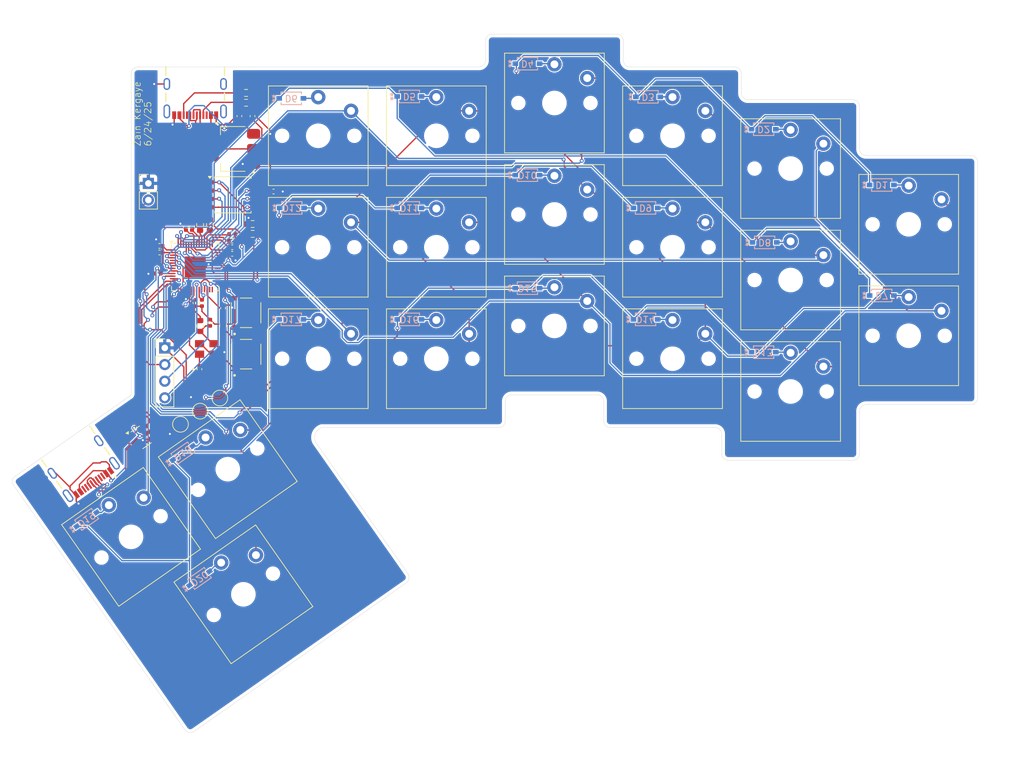
<source format=kicad_pcb>
(kicad_pcb (version 20241229) (generator "pcbnew") (generator_version "9.0")
  (layers (0 "F.Cu" signal) (2 "B.Cu" signal) (13 "F.Paste" user) (15 "B.Paste" user) (5 "F.SilkS" user "F.Silkscreen") (7 "B.SilkS" user "B.Silkscreen") (1 "F.Mask" user) (3 "B.Mask" user) (25 "Edge.Cuts" user))
  (net 0 "")
  (net 1 "GND")
  (net 2 "Net-(D1-A)")
  (net 3 "Net-(D2-A)")
  (net 4 "Net-(D3-A)")
  (net 5 "Net-(D4-A)")
  (net 6 "Net-(D5-A)")
  (net 7 "Net-(D6-A)")
  (net 8 "Net-(D7-A)")
  (net 9 "Net-(D8-A)")
  (net 10 "Net-(D9-A)")
  (net 11 "Net-(D10-A)")
  (net 12 "Net-(D11-A)")
  (net 13 "Net-(D12-A)")
  (net 14 "Net-(D13-A)")
  (net 15 "Net-(D14-A)")
  (net 16 "Net-(D15-A)")
  (net 17 "Net-(D16-A)")
  (net 18 "Net-(D17-A)")
  (net 19 "Net-(D18-A)")
  (net 22 "/CC1")
  (net 23 "/CC2")
  (net 24 "+1V1")
  (net 25 "+3V3")
  (net 26 "VBUS")
  (net 27 "/XIN")
  (net 28 "Net-(C16-Pad1)")
  (net 29 "/Row_1")
  (net 30 "/Row_2")
  (net 31 "/Row_3")
  (net 32 "/Row_4")
  (net 33 "/Row_5")
  (net 34 "Net-(D19-A)")
  (net 35 "Net-(D20-A)")
  (net 36 "/USB_D-")
  (net 37 "/USB_D+")
  (net 38 "/B-B_D-")
  (net 39 "/B-B_D+")
  (net 44 "Net-(U2-USB_DP)")
  (net 45 "Net-(U2-USB_DM)")
  (net 46 "/QSPI_SS")
  (net 47 "Net-(SW21-B)")
  (net 48 "/XOUT")
  (net 49 "Net-(SW22-B)")
  (net 50 "/RST")
  (net 51 "/DEBUG_CLK")
  (net 52 "/QSPI_SD1")
  (net 53 "/QSPI_SD2")
  (net 56 "/DEBUG_DATA")
  (net 61 "/Col_1")
  (net 62 "/Col_2")
  (net 63 "/Col_3")
  (net 64 "/Col_4")
  (net 65 "/GP24")
  (net 67 "/GP25")
  (net 69 "/QSPI_SD3")
  (net 72 "/QSPI_SD0")
  (net 75 "/QSPI_SCLK")
  (footprint "Capacitor_SMD:C_0402_1005Metric" (layer "F.Cu") (at 59 72)
    (property "Reference" "C4" (hide yes))
    (property "Value" "1u")
  )
  (footprint "Resistor_SMD:R_0603_1608Metric" (layer "F.Cu") (at 62.110826 70.96 180)
    (property "Reference" "R5" (hide yes))
    (property "Value" "10k DNP")
  )
  (footprint "Capacitor_SMD:C_0402_1005Metric" (layer "F.Cu") (at 65.3 64.5)
    (property "Reference" "C14" (hide yes))
    (property "Value" "100n")
  )
  (footprint "ScottoKeebs_Choc:Choc_V1_1.00u" (layer "F.Cu") (at 108.110826 51)
    (property "Reference" "SW4" (hide yes))
    (property "Value" "SW_SPST")
  )
  (footprint "Capacitor_SMD:C_0402_1005Metric" (layer "F.Cu") (at 54.38 81.5 -90)
    (property "Reference" "C3" (hide yes))
    (property "Value" "100n")
  )
  (footprint "Resistor_SMD:R_0603_1608Metric" (layer "F.Cu") (at 54.1 69.6 -90)
    (property "Reference" "R3" (hide yes))
    (property "Value" "27.4")
  )
  (footprint "Capacitor_SMD:C_0402_1005Metric" (layer "F.Cu") (at 59 71)
    (property "Reference" "C1" (hide yes))
    (property "Value" "1u")
  )
  (footprint "ScottoKeebs_Choc:Choc_V1_1.00u" (layer "F.Cu") (at 90.110826 73)
    (property "Reference" "SW11" (hide yes))
    (property "Value" "SW_SPST")
  )
  (footprint "Capacitor_SMD:C_0402_1005Metric" (layer "F.Cu") (at 54 91.6 90)
    (property "Reference" "C15" (hide yes))
    (property "Value" "15p")
  )
  (footprint "ScottoKeebs_Choc:Choc_V1_1.00u" (layer "F.Cu") (at 90.110826 90)
    (property "Reference" "SW16" (hide yes))
    (property "Value" "SW_SPST")
  )
  (footprint "Package_TO_SOT_SMD:SOT-23-6" (layer "F.Cu") (at 45.110826 102 35)
    (property "Reference" "U5" (hide yes))
    (property "Value" "USBLC6-2SC6")
  )
  (footprint "Resistor_SMD:R_0603_1608Metric" (layer "F.Cu") (at 54.12 85.01 -90)
    (property "Reference" "R7" (hide yes))
    (property "Value" "1k")
  )
  (footprint "ScottoKeebs_Choc:Choc_V1_1.00u" (layer "F.Cu") (at 90.110826 56)
    (property "Reference" "SW5" (hide yes))
    (property "Value" "SW_SPST")
  )
  (footprint "TestPoint:TestPoint_Pad_D2.0mm" (layer "F.Cu") (at 51.110826 100)
    (property "Reference" "GND1" (hide yes))
    (property "Value" "TestPoint")
  )
  (footprint "Package_TO_SOT_SMD:SOT-223-3_TabPin2" (layer "F.Cu") (at 59.110826 58 180)
    (property "Reference" "U3" (hide yes))
    (property "Value" "NCP1117-3.3_SOT223")
  )
  (footprint "ScottoKeebs_Choc:Choc_V1_1.00u" (layer "F.Cu") (at 144.110826 61)
    (property "Reference" "SW2" (hide yes))
    (property "Value" "SW_SPST")
  )
  (footprint "ScottoKeebs_Choc:Choc_V1_1.00u" (layer "F.Cu") (at 60.698431 125.937772 35)
    (property "Reference" "SW20" (hide yes))
    (property "Value" "SW_SPST")
  )
  (footprint "Capacitor_SMD:C_0402_1005Metric" (layer "F.Cu") (at 51.945 69.9 90)
    (property "Reference" "C2" (hide yes))
    (property "Value" "100n")
  )
  (footprint "ScottoKeebs_Choc:Choc_V1_1.00u" (layer "F.Cu") (at 162.110826 86.5)
    (property "Reference" "SW7" (hide yes))
    (property "Value" "SW_SPST")
  )
  (footprint "Capacitor_SMD:C_0402_1005Metric" (layer "F.Cu") (at 52.87 69.9 90)
    (property "Reference" "C10" (hide yes))
    (property "Value" "100n")
  )
  (footprint "Library:GCT_USB4105-GF-A" (layer "F.Cu") (at 53.350826 48.1 180)
    (property "Reference" "J1" (hide yes))
    (property "Value" "USB4105-GF-A")
  )
  (footprint "Connector_PinHeader_2.54mm:PinHeader_1x02_P2.54mm_Vertical" (layer "F.Cu") (at 46.22 63.26)
    (property "Reference" "J4" (hide yes))
    (property "Value" "Conn_01x02")
  )
  (footprint "ScottoKeebs_Choc:Choc_V1_1.00u" (layer "F.Cu") (at 162.110826 69.5)
    (property "Reference" "SW1" (hide yes))
    (property "Value" "SW_SPST")
  )
  (footprint "Library:GCT_USB4105-GF-A" (layer "F.Cu") (at 35.110826 105 -145)
    (property "Reference" "J2" (hide yes))
    (property "Value" "USB4105-GF-A")
  )
  (footprint "ScottoKeebs_Choc:Choc_V1_1.00u" (layer "F.Cu") (at 144.110826 78)
    (property "Reference" "SW8" (hide yes))
    (property "Value" "SW_SPST")
  )
  (footprint "Package_DFN_QFN:QFN-56-1EP_7x7mm_P0.4mm_EP3.2x3.2mm" (layer "F.Cu") (at 53.36 76.01)
    (property "Reference" "U2" (hide yes))
    (property "Value" "RP2040")
  )
  (footprint "Capacitor_SMD:C_0402_1005Metric" (layer "F.Cu") (at 59 74)
    (property "Reference" "C9" (hide yes))
    (property "Value" "100n")
  )
  (footprint "Capacitor_SMD:C_0402_1005Metric" (layer "F.Cu") (at 55.62 84.51 90)
    (property "Reference" "C16" (hide yes))
    (property "Value" "15p")
  )
  (footprint "TestPoint:TestPoint_Pad_D2.0mm" (layer "F.Cu") (at 54.110826 98)
    (property "Reference" "GP25" (hide yes))
    (property "Value" "TestPoint")
  )
  (footprint "Connector_PinHeader_2.54mm:PinHeader_1x04_P2.54mm_Vertical" (layer "F.Cu") (at 48.72 88.35)
    (property "Reference" "J3" (hide yes))
    (property "Value" "Conn_01x04_Pin")
  )
  (footprint "Library:ABM8-272-T3_ABR" (layer "F.Cu") (at 55.12 88.51 90)
    (property "Reference" "X1" (hide yes))
    (property "Value" "ABM8-272-T3")
  )
  (footprint "ScottoKeebs_Choc:Choc_V1_1.00u" (layer "F.Cu") (at 144.110826 95)
    (property "Reference" "SW13" (hide yes))
    (property "Value" "SW_SPST")
  )
  (footprint "Package_SO:SOIC-8_5.3x5.3mm_P1.27mm" (layer "F.Cu") (at 59.110826 65)
    (property "Reference" "U4" (hide yes))
    (property "Value" "W25Q128JVS")
  )
  (footprint "ScottoKeebs_Choc:Choc_V1_1.00u" (layer "F.Cu") (at 72.110826 73)
    (property "Reference" "SW12" (hide yes))
    (property "Value" "SW_SPST")
  )
  (footprint "Capacitor_SMD:C_0402_1005Metric" (layer "F.Cu") (at 47.9 73.8 180)
    (property "Reference" "C7" (hide yes))
    (property "Value" "100n")
  )
  (footprint "ScottoKeebs_Choc:Choc_V1_1.00u" (layer "F.Cu") (at 108.110826 68)
    (property "Reference" "SW10" (hide yes))
    (property "Value" "SW_SPST")
  )
  (footprint "Library:SW_TL3315NF250Q" (layer "F.Cu") (at 61.110826 83 90)
    (property "Reference" "SW21" (hide yes))
    (property "Value" "SW_SPST")
  )
  (footprint "Resistor_SMD:R_0603_1608Metric" (layer "F.Cu") (at 62.110826 69.46 180)
    (property "Reference" "R6" (hide yes))
    (property "Value" "1k")
  )
  (footprint "ScottoKeebs_Choc:Choc_V1_1.00u" (layer "F.Cu") (at 126.110826 56)
    (property "Reference" "SW3" (hide yes))
    (property "Value" "SW_SPST")
  )
  (footprint "ScottoKeebs_Choc:Choc_V1_1.00u" (layer "F.Cu") (at 126.110826 90)
    (property "Reference" "SW14" (hide yes))
    (property "Value" "SW_SPST")
  )
  (footprint "Capacitor_SMD:C_0402_1005Metric" (layer "F.Cu") (at 53.4 81.51 -90)
    (property "Reference" "C6" (hide yes))
    (property "Value" "100n")
  )
  (footprint "TestPoint:TestPoint_Pad_D2.0mm" (layer "F.Cu") (at 57.110826 96)
    (property "Reference" "GP24" (hide yes))
    (property "Value" "TestPoint")
  )
  (footprint "Capacitor_SMD:C_0402_1005Metric" (layer "F.Cu") (at 60.089174 53 90)
    (property "Reference" "C12" (hide yes))
    (property "Value" "10u")
  )
  (footprint "Capacitor_SMD:C_0402_1005Metric" (layer "F.Cu") (at 57.6 82.3 -90)
    (property "Reference" "C17" (hide yes))
    (property "Value" "100n")
  )
  (footprint "ScottoKeebs_Choc:Choc_V1_1.00u" (layer "F.Cu") (at 108.110826 85)
    (property "Reference" "SW15" (hide yes))
    (property "Value" "SW_SPST")
  )
  (footprint "Resistor_SMD:R_0603_1608Metric" (layer "F.Cu") (at 61.110826 50.96 180)
    (property "Reference" "R1" (hide yes))
    (property "Value" "5.1k")
  )
  (footprint "ScottoKeebs_Choc:Choc_V1_1.00u" (layer "F.Cu") (at 58.32 106.85 35)
    (property "Reference" "SW18" (hide yes))
    (property "Value" "SW_SPST")
  )
  (footprint "Resistor_SMD:R_0603_1608Metric" (layer "F.Cu") (at 61.110826 49.46)
    (property "Reference" "R2" (hide yes))
    (property "Value" "5.1k")
  )
  (footprint "Resistor_SMD:R_0603_1608Metric" (layer "F.Cu") (at 55.6 69.6 -90)
    (property "Reference" "R4" (hide yes))
    (property "Value" "27.4")
  )
  (footprint "Library:SW_TL3315NF250Q" (layer "F.Cu") (at 61.110826 89.3123 90)
    (property "Reference" "SW22" (hide yes))
    (property "Value" "SW_SPST")
  )
  (footprint "Capacitor_SMD:C_0402_1005Metric" (layer "F.Cu") (at 47.9 72.8 180)
    (property "Reference" "C8" (hide yes))
    (property "Value" "100n")
  )
  (footprint "ScottoKeebs_Choc:Choc_V1_1.00u" (layer "F.Cu") (at 126.110826 73)
    (property "Reference" "SW9" (hide yes))
    (property "Value" "SW_SPST")
  )
  (footprint "Capacitor_SMD:C_0402_1005Metric" (layer "F.Cu") (at 47.62 77.01 180)
    (property "Reference" "C5" (hide yes))
    (property "Value" "100n")
  )
  (footprint "Resistor_SMD:R_0603_1608Metric" (layer "F.Cu") (at 57.6 84.9 90)
    (property "Reference" "R8" (hide yes))
    (property "Value" "1k")
  )
  (footprint "ScottoKeebs_Choc:Choc_V1_1.00u" (layer "F.Cu") (at 72.110826 90)
    (property "Reference" "SW17" (hide yes))
    (property "Value" "SW_SPST")
  )
  (footprint "Capacitor_SMD:C_0402_1005Metric" (layer "F.Cu") (at 62.089174 53 90)
    (property "Reference" "C13" (hide yes))
    (property "Value" "10u")
  )
  (footprint "Capacitor_SMD:C_0402_1005Metric" (layer "F.Cu") (at 59 73)
    (property "Reference" "C11" (hide yes))
    (property "Value" "100n")
  )
  (footprint "ScottoKeebs_Choc:Choc_V1_1.00u" (layer "F.Cu") (at 72.110826 56)
    (property "Reference" "SW6" (hide yes))
    (property "Value" "SW_SPST")
  )
  (footprint "ScottoKeebs_Choc:Choc_V1_1.00u" (layer "F.Cu") (at 43.575263 117.174376 35)
    (property "Reference" "SW19" (hide yes))
    (property "Value" "SW_SPST")
  )
  (footprint "footprints:SOD123_MCC" (layer "B.Cu") (at 51.46 104.38 35)
    (property "Reference" "D18")
    (property "Value" "D")
  )
  (footprint "footprints:SOD123_MCC" (layer "B.Cu") (at 122 84)
    (property "Reference" "D14")
    (property "Value" "D")
  )
  (footprint "footprints:SOD123_MCC" (layer "B.Cu") (at 86 67)
    (property "Reference" "D11")
    (property "Value" "D")
  )
  (footprint "footprints:SOD123_MCC" (layer "B.Cu") (at 122.38 50.06)
    (property "Reference" "D3")
    (property "Value" "D")
  )
  (footprint "footprints:SOD123_MCC" (layer "B.Cu") (at 86 50)
    (property "Reference" "D5")
    (property "Value" "D")
  )
  (footprint "footprints:SOD123_MCC" (layer "B.Cu") (at 140 89)
    (property "Reference" "D13")
    (property "Value" "D")
  )
  (footprint "footprints:SOD123_MCC" (layer "B.Cu") (at 68 50.29)
    (property "Reference" "D6")
    (property "Value" "D")
  )
  (footprint "footprints:SOD123_MCC" (layer "B.Cu") (at 140.15 72.26)
    (property "Reference" "D8")
    (property "Value" "D")
  )
  (footprint "footprints:SOD123_MCC" (layer "B.Cu") (at 68 84)
    (property "Reference" "D17")
    (property "Value" "D")
  )
  (footprint "footprints:SOD123_MCC" (layer "B.Cu") (at 158 63.5)
    (property "Reference" "D1")
    (property "Value" "D")
  )
  (footprint "footprints:SOD123_MCC" (layer "B.Cu") (at 140 55)
    (property "Reference" "D2")
    (property "Value" "D")
  )
  (footprint "footprints:SOD123_MCC" (layer "B.Cu") (at 54 123.51 35)
    (property "Reference" "D20")
    (property "Value" "D")
  )
  (footprint "footprints:SOD123_MCC" (layer "B.Cu") (at 36.8 114.51 35)
    (property "Reference" "D19")
    (property "Value" "D")
  )
  (footprint "footprints:SOD123_MCC" (layer "B.Cu") (at 122 67)
    (property "Reference" "D9")
    (property "Value" "D")
  )
  (footprint "footprints:SOD123_MCC" (layer "B.Cu") (at 86 84)
    (property "Reference" "D16")
    (property "Value" "D")
  )
  (footprint "footprints:SOD123_MCC" (layer "B.Cu") (at 68.09 67)
    (property "Reference" "D12")
    (property "Value" "D")
  )
  (footprint "footprints:SOD123_MCC" (layer "B.Cu") (at 104 62)
    (property "Reference" "D10")
    (property "Value" "D")
  )
  (footprint "footprints:SOD123_MCC" (layer "B.Cu") (at 104 45)
    (property "Reference" "D4")
    (property "Value" "D")
  )
  (footprint "footprints:SOD123_MCC" (layer "B.Cu") (at 158 80.36)
    (property "Reference" "D7")
    (property "Value" "D")
  )
  (footprint "footprints:SOD123_MCC" (layer "B.Cu") (at 104 79.24)
    (property "Reference" "D15")
    (property "Value" "D")
  )
  (gr_arc (start 53.173554 146.835574) (mid 52.426337 147.001194) (end 51.780828 146.59) (stroke (width 0.05)) (layer "Edge.Cuts"))
  (gr_line (start 25.927909 107.927273) (end 43.515798 95.599165) (stroke (width 0.05)) (layer "Edge.Cuts"))
  (gr_line (start 76.520694 130.489217) (end 85.530828 124.180253) (stroke (width 0.05)) (layer "Edge.Cuts"))
  (gr_line (start 100.610828 40.5) (end 117.610828 40.5) (stroke (width 0.05)) (layer "Edge.Cuts"))
  (gr_arc (start 134.610828 105.5) (mid 133.903721 105.207107) (end 133.610828 104.5) (stroke (width 0.05)) (layer "Edge.Cuts"))
  (gr_line (start 132.610828 100.5) (end 116.610828 100.499999) (stroke (width 0.05)) (layer "Edge.Cuts"))
  (gr_arc (start 171.610828 59) (mid 172.317935 59.292893) (end 172.610828 60) (stroke (width 0.05)) (layer "Edge.Cuts"))
  (gr_line (start 114.610828 95.5) (end 101.610828 95.5) (stroke (width 0.05)) (layer "Edge.Cuts"))
  (gr_line (start 172.610828 60) (end 172.610828 96) (stroke (width 0.05)) (layer "Edge.Cuts"))
  (gr_line (start 115.610828 99.5) (end 115.610828 96.5) (stroke (width 0.05)) (layer "Edge.Cuts"))
  (gr_arc (start 119.610828 45.5) (mid 118.903721 45.207107) (end 118.610828 44.5) (stroke (width 0.05)) (layer "Edge.Cuts"))
  (gr_arc (start 43.610828 95.34) (mid 43.581124 95.476113) (end 43.515798 95.599165) (stroke (width 0.05)) (layer "Edge.Cuts"))
  (gr_line (start 43.610828 67.289997) (end 43.610828 55.5) (stroke (width 0.05)) (layer "Edge.Cuts"))
  (gr_arc (start 116.610828 100.5) (mid 115.903721 100.207107) (end 115.610828 99.5) (stroke (width 0.05)) (layer "Edge.Cuts"))
  (gr_line (start 119.6108 45.5) (end 134.110828 45.5) (stroke (width 0.05)) (layer "Edge.Cuts"))
  (gr_line (start 154.610828 98) (end 154.610828 104.5) (stroke (width 0.05)) (layer "Edge.Cuts"))
  (gr_arc (start 135.610828 45.5) (mid 136.317935 45.792893) (end 136.610828 46.5) (stroke (width 0.05)) (layer "Edge.Cuts"))
  (gr_line (start 97.610828 41.5) (end 97.610828 43) (stroke (width 0.05)) (layer "Edge.Cuts"))
  (gr_line (start 97.610828 44.5) (end 97.610828 43) (stroke (width 0.05)) (layer "Edge.Cuts"))
  (gr_arc (start 43.610828 46.5) (mid 43.903721 45.792893) (end 44.610828 45.5) (stroke (width 0.05)) (layer "Edge.Cuts"))
  (gr_arc (start 153.610828 50.5) (mid 154.317935 50.792893) (end 154.610828 51.5) (stroke (width 0.05)) (layer "Edge.Cuts"))
  (gr_line (start 43.610828 46.5) (end 43.610828 55.5) (stroke (width 0.05)) (layer "Edge.Cuts"))
  (gr_arc (start 114.610828 95.5) (mid 115.317935 95.792893) (end 115.610828 96.5) (stroke (width 0.05)) (layer "Edge.Cuts"))
  (gr_line (start 32.85411 119.558553) (end 51.780828 146.588708) (stroke (width 0.05)) (layer "Edge.Cuts"))
  (gr_arc (start 154.610828 104.5) (mid 154.317935 105.207107) (end 153.610828 105.5) (stroke (width 0.05)) (layer "Edge.Cuts"))
  (gr_arc (start 117.610828 40.5) (mid 118.317935 40.792893) (end 118.610828 41.5) (stroke (width 0.05)) (layer "Edge.Cuts"))
  (gr_line (start 171.610828 97) (end 155.610828 97) (stroke (width 0.05)) (layer "Edge.Cuts"))
  (gr_arc (start 71.706748 102.727021) (mid 71.645807 101.405261) (end 72.610828 100.5) (stroke (width 0.05)) (layer "Edge.Cuts"))
  (gr_line (start 100.610828 40.5) (end 98.610828 40.5) (stroke (width 0.05)) (layer "Edge.Cuts"))
  (gr_arc (start 100.610828 99.5) (mid 100.317935 100.207107) (end 99.610828 100.5) (stroke (width 0.05)) (layer "Edge.Cuts"))
  (gr_arc (start 85.776404 122.787272) (mid 85.942022 123.534477) (end 85.530828 124.18) (stroke (width 0.05)) (layer "Edge.Cuts"))
  (gr_line (start 71.706749 102.727021) (end 85.776404 122.78638) (stroke (width 0.05)) (layer "Edge.Cuts"))
  (gr_arc (start 97.610828 44.5) (mid 97.317935 45.207107) (end 96.610828 45.5) (stroke (width 0.05)) (layer "Edge.Cuts"))
  (gr_line (start 153.610828 105.5) (end 134.610828 105.5) (stroke (width 0.05)) (layer "Edge.Cuts"))
  (gr_arc (start 132.610828 100.5) (mid 133.317935 100.792893) (end 133.610828 101.5) (stroke (width 0.05)) (layer "Edge.Cuts"))
  (gr_line (start 43.610828 67.289997) (end 43.610828 95.339997) (stroke (width 0.05)) (layer "Edge.Cuts"))
  (gr_arc (start 155.610828 59) (mid 154.903721 58.707107) (end 154.610828 58) (stroke (width 0.05)) (layer "Edge.Cuts"))
  (gr_line (start 100.610828 96.5) (end 100.610828 99.5) (stroke (width 0.05)) (layer "Edge.Cuts"))
  (gr_line (start 62.110828 45.5) (end 44.610828 45.5) (stroke (width 0.05)) (layer "Edge.Cuts"))
  (gr_line (start 134.110828 45.5) (end 135.610828 45.5) (stroke (width 0.05)) (layer "Edge.Cuts"))
  (gr_line (start 118.610828 41.5) (end 118.610828 44.5) (stroke (width 0.05)) (layer "Edge.Cuts"))
  (gr_arc (start 154.610828 98) (mid 154.903721 97.292893) (end 155.610828 97) (stroke (width 0.05)) (layer "Edge.Cuts"))
  (gr_arc (start 137.610828 50.5) (mid 136.903721 50.207107) (end 136.610828 49.5) (stroke (width 0.05)) (layer "Edge.Cuts"))
  (gr_line (start 99.610828 100.5) (end 72.610828 100.5) (stroke (width 0.05)) (layer "Edge.Cuts"))
  (gr_line (start 53.173556 146.835576) (end 76.520694 130.489217) (stroke (width 0.05)) (layer "Edge.Cuts"))
  (gr_arc (start 172.610828 96) (mid 172.317935 96.707107) (end 171.610828 97) (stroke (width 0.05)) (layer "Edge.Cuts"))
  (gr_line (start 31.420169 117.510672) (end 25.684998 109.32) (stroke (width 0.05)) (layer "Edge.Cuts"))
  (gr_arc (start 100.610828 96.5) (mid 100.903721 95.792893) (end 101.610828 95.5) (stroke (width 0.05)) (layer "Edge.Cuts"))
  (gr_arc (start 97.610828 41.5) (mid 97.903721 40.792893) (end 98.610828 40.5) (stroke (width 0.05)) (layer "Edge.Cuts"))
  (gr_line (start 136.610828 46.5) (end 136.610828 49.5) (stroke (width 0.05)) (layer "Edge.Cuts"))
  (gr_line (start 155.610828 59) (end 171.610828 59) (stroke (width 0.05)) (layer "Edge.Cuts"))
  (gr_line (start 137.610828 50.5) (end 153.610828 50.5) (stroke (width 0.05)) (layer "Edge.Cuts"))
  (gr_line (start 133.610828 104.5) (end 133.610828 101.5) (stroke (width 0.05)) (layer "Edge.Cuts"))
  (gr_line (start 62.110828 45.5) (end 96.610828 45.5) (stroke (width 0.05)) (layer "Edge.Cuts"))
  (gr_arc (start 25.680828 109.32) (mid 25.515147 108.572767) (end 25.926403 107.927273) (stroke (width 0.05)) (layer "Edge.Cuts"))
  (gr_line (start 32.85411 119.558553) (end 31.420169 117.510672) (stroke (width 0.05)) (layer "Edge.Cuts"))
  (gr_line (start 154.610828 51.5) (end 154.610828 58) (stroke (width 0.05)) (layer "Edge.Cuts"))
  (gr_text "Zain Kergaye\n6/24/25" (at 46.725 57.675 90) (layer "F.SilkS") (effects (font (size 1 1) (thickness 0.1)) (justify left bottom)))
  (segment (start 34.278238 109.625) (end 32.131087 107.477849) (width 0.2) (layer "F.Cu") (net 1))
  (segment (start 47.42 72.8) (end 47.42 73.8) (width 0.2) (layer "F.Cu") (net 1))
  (segment (start 50.150826 54.049174) (end 49.9 54.3) (width 0.2) (layer "F.Cu") (net 1))
  (segment (start 50.150826 52.855) (end 50.150826 54.049174) (width 0.2) (layer "F.Cu") (net 1))
  (segment (start 56.895 66.905) (end 56.9 66.9) (width 0.2) (layer "F.Cu") (net 1))
  (segment (start 64.8 55.71) (end 64.8 55.230826) (width 0.2) (layer "F.Cu") (net 1))
  (segment (start 34.278238 109.433529) (end 37.811767 105.9) (width 0.2) (layer "F.Cu") (net 1))
  (segment (start 59.360826 85.23) (end 59.360826 84.3) (width 0.2) (layer "F.Cu") (net 1))
  (segment (start 61.935826 52.366652) (end 62.089174 52.52) (width 0.2) (layer "F.Cu") (net 1))
  (segment (start 59.48 74) (end 59.48 74.98) (width 0.2) (layer "F.Cu") (net 1))
  (segment (start 38.875 105.9) (end 39.05 105.725) (width 0.2) (layer "F.Cu") (net 1))
  (segment (start 64.8 55.230826) (end 62.089174 52.52) (width 0.2) (layer "F.Cu") (net 1))
  (segment (start 34.278238 109.625) (end 34.278238 109.433529) (width 0.2) (layer "F.Cu") (net 1))
  (segment (start 37.811767 105.9) (end 38.875 105.9) (width 0.2) (layer "F.Cu") (net 1))
  (segment (start 55.523326 66.905) (end 56.895 66.905) (width 0.2) (layer "F.Cu") (net 1))
  (segment (start 57.6 81.82) (end 58.62 81.82) (width 0.2) (layer "F.Cu") (net 1))
  (segment (start 40.275 106.182952) (end 40.275 106.875154) (width 0.2) (layer "F.Cu") (net 1))
  (segment (start 59.360826 84.3) (end 59.360826 82.560826) (width 0.2) (layer "F.Cu") (net 1))
  (segment (start 59.360826 82.560826) (end 59 82.2) (width 0.2) (layer "F.Cu") (net 1))
  (segment (start 61.935826 50.96) (end 61.935826 52.366652) (width 0.2) (layer "F.Cu") (net 1))
  (segment (start 44.406484 102.425) (end 45.375 102.425) (width 0.2) (layer "F.Cu") (net 1))
  (segment (start 35.098047 110.730512) (end 34.278238 109.910703) (width 0.2) (layer "F.Cu") (net 1))
  (segment (start 59.360826 84.3) (end 58.934826 84.726) (width 0.2) (layer "F.Cu") (net 1))
  (segment (start 47.42 72.8) (end 47.42 71.82) (width 0.2) (layer "F.Cu") (net 1))
  (segment (start 55.770002 89.310001) (end 56.22 89.310001) (width 0.2) (layer "F.Cu") (net 1))
  (segment (start 65.78 64.5) (end 66.7 64.5) (width 0.2) (layer "F.Cu") (net 1))
  (segment (start 51.97 69.42) (end 51.12 69.42) (width 0.2) (layer "F.Cu") (net 1))
  (segment (start 34.278238 109.910703) (end 34.278238 109.625) (width 0.2) (layer "F.Cu") (net 1))
  (segment (start 51.12 69.42) (end 51.1 69.4) (width 0.2) (layer "F.Cu") (net 1))
  (segment (start 59.360826 91.5423) (end 57.128527 89.310001) (width 0.2) (layer "F.Cu") (net 1))
  (segment (start 56.22 89.310001) (end 57.489999 89.310001) (width 0.2) (layer "F.Cu") (net 1))
  (segment (start 54.38 82.79) (end 55.62 84.03) (width 0.2) (layer "F.Cu") (net 1))
  (segment (start 52.36 80.147222) (end 51.938 80.569222) (width 0.2) (layer "F.Cu") (net 1))
  (segment (start 52.36 77.01) (end 52.36 79.4475) (width 0.2) (layer "F.Cu") (net 1))
  (segment (start 53.36 76.01) (end 54.99 76.01) (width 0.2) (layer "F.Cu") (net 1))
  (segment (start 56.8 54.3) (end 58.309174 54.3) (width 0.2) (layer "F.Cu") (net 1))
  (segment (start 35.216895 110.730512) (end 35.098047 110.730512) (width 0.2) (layer "F.Cu") (net 1))
  (segment (start 54 92.08) (end 56.22 89.86) (width 0.2) (layer "F.Cu") (net 1))
  (segment (start 51.938 80.569222) (end 51.938 80.902698) (width 0.2) (layer "F.Cu") (net 1))
  (segment (start 59.48 71) (end 59.48 74) (width 0.2) (layer "F.Cu") (net 1))
  (segment (start 59.48 74.98) (end 59.5 75) (width 0.2) (layer "F.Cu") (net 1))
  (segment (start 47.14 77.01) (end 46.265 77.01) (width 0.2) (layer "F.Cu") (net 1))
  (segment (start 39.817048 105.725) (end 40.275 106.182952) (width 0.2) (layer "F.Cu") (net 1))
  (segment (start 51.629 94.779) (end 52.71 95.86) (width 0.2) (layer "F.Cu") (net 1))
  (segment (start 62.260826 60.3) (end 60.6 60.3) (width 0.2) (layer "F.Cu") (net 1))
  (segment (start 56.9 66.9) (end 59.86 66.9) (width 0.2) (layer "F.Cu") (net 1))
  (segment (start 54.17 87.709999) (end 55.770002 89.310001) (width 0.2) (layer "F.Cu") (net 1))
  (segment (start 56.316 84.726) (end 55.62 84.03) (width 0.2) (layer "F.Cu") (net 1))
  (segment (start 62.089174 52.52) (end 60.089174 52.52) (width 0.2) (layer "F.Cu") (net 1))
  (segment (start 49.030826 48.1) (end 47.1 48.1) (width 0.2) (layer "F.Cu") (net 1))
  (segment (start 47.42 71.82) (end 47.4 71.8) (width 0.2) (layer "F.Cu") (net 1))
  (segment (start 40.275 106.875154) (end 40.459469 107.059623) (width 0.2) (layer "F.Cu") (net 1))
  (segment (start 56.550826 54.050826) (end 56.8 54.3) (width 0.2) (layer "F.Cu") (net 1))
  (segment (start 54.02 87.709999) (end 54.17 87.709999) (width 0.2) (layer "F.Cu") (net 1))
  (segment (start 32.131087 107.477849) (end 31.572089 107.477849) (width 0.2) (layer "F.Cu") (net 1))
  (segment (start 53.36 76.01) (end 52.36 77.01) (width 0.2) (layer "F.Cu") (net 1))
  (segment (start 35.216895 111.741895) (end 35.575 112.1) (width 0.2) (layer "F.Cu") (net 1))
  (segment (start 54.38 81.98) (end 54.38 82.79) (width 0.2) (layer "F.Cu") (net 1))
  (segment (start 35.216895 110.730512) (end 35.216895 111.741895) (width 0.2) (layer "F.Cu") (net 1))
  (segment (start 48.72 88.35) (end 51.629 91.259) (width 0.2) (layer "F.Cu") (net 1))
  (segment (start 46.265 77.01) (end 46.225 77.05) (width 0.2) (layer "F.Cu") (net 1))
  (segment (start 53.4 81.99) (end 54.37 81.99) (width 0.2) (layer "F.Cu") (net 1))
  (segment (start 59.86 66.9) (end 61.48 68.52) (width 0.2) (layer "F.Cu") (net 1))
  (segment (start 58.934826 84.726) (end 56.316 84.726) (width 0.2) (layer "F.Cu") (net 1))
  (segment (start 61.935826 49.46) (end 61.935826 50.96) (width 0.2) (layer "F.Cu") (net 1))
  (segment (start 51.629 91.259) (end 51.629 94.779) (width 0.2) (layer "F.Cu") (net 1))
  (segment (start 58.62 81.82) (end 59 82.2) (width 0.2) (layer "F.Cu") (net 1))
  (segment (start 44.179041 102.652443) (end 44.406484 102.425) (width 0.2) (layer "F.Cu") (net 1))
  (segment (start 52.87 69.42) (end 51.97 69.42) (width 0.2) (layer "F.Cu") (net 1))
  (segment (start 49.635826 101.475) (end 49.5 101.475) (width 0.2) (layer "F.Cu") (net 1))
  (segment (start 56.550826 52.855) (end 56.550826 54.050826) (width 0.2) (layer "F.Cu") (net 1))
  (segment (start 54.37 81.99) (end 54.38 81.98) (width 0.2) (layer "F.Cu") (net 1))
  (segment (start 57.489999 89.310001) (end 57.8 89) (width 0.2) (layer "F.Cu") (net 1))
  (segment (start 52.36 79.4475) (end 52.36 80.147222) (width 0.2) (layer "F.Cu") (net 1))
  (segment (start 58.309174 54.3) (end 60.089174 52.52) (width 0.2) (layer "F.Cu") (net 1))
  (segment (start 56.22 89.86) (end 56.22 89.310001) (width 0.2) (layer "F.Cu") (net 1))
  (segment (start 39.05 105.725) (end 39.817048 105.725) (width 0.2) (layer "F.Cu") (net 1))
  (segment (start 51.110826 100) (end 49.635826 101.475) (width 0.2) (layer "F.Cu") (net 1))
  (segment (start 54.99 76.01) (end 55.4 75.6) (width 0.2) (layer "F.Cu") (net 1))
  (segment (start 57.128527 89.310001) (end 56.22 89.310001) (width 0.2) (layer "F.Cu") (net 1))
  (via (at 59.5 75) (size 0.6) (drill 0.3) (layers "F.Cu" "B.Cu") (net 1))
  (via (at 51.938 80.902698) (size 0.6) (drill 0.3) (layers "F.Cu" "B.Cu") (net 1))
  (via (at 55.4 75.6) (size 0.6) (drill 0.3) (layers "F.Cu" "B.Cu") (net 1))
  (via (at 47.1 48.1) (size 0.6) (drill 0.3) (layers "F.Cu" "B.Cu") (net 1))
  (via (at 61.48 68.52) (size 0.6) (drill 0.3) (layers "F.Cu" "B.Cu") (net 1))
  (via (at 56.8 54.3) (size 0.6) (drill 0.3) (layers "F.Cu" "B.Cu") (net 1))
  (via (at 52.71 95.86) (size 0.6) (drill 0.3) (layers "F.Cu" "B.Cu") (net 1))
  (via (at 57.8 89) (size 0.6) (drill 0.3) (layers "F.Cu" "B.Cu") (net 1))
  (via (at 51.1 69.4) (size 0.6) (drill 0.3) (layers "F.Cu" "B.Cu") (net 1))
  (via (at 59 82.2) (size 0.6) (drill 0.3) (layers "F.Cu" "B.Cu") (net 1))
  (via (at 35.575 112.1) (size 0.6) (drill 0.3) (layers "F.Cu" "B.Cu") (net 1))
  (via (at 60.6 60.3) (size 0.6) (drill 0.3) (layers "F.Cu" "B.Cu") (net 1))
  (via (at 64.8 55.71) (size 0.6) (drill 0.3) (layers "F.Cu" "B.Cu") (net 1))
  (via (at 49.9 54.3) (size 0.6) (drill 0.3) (layers "F.Cu" "B.Cu") (net 1))
  (via (at 47.4 71.8) (size 0.6) (drill 0.3) (layers "F.Cu" "B.Cu") (net 1))
  (via (at 49.5 101.475) (size 0.6) (drill 0.3) (layers "F.Cu" "B.Cu") (net 1))
  (via (at 45.375 102.425) (size 0.6) (drill 0.3) (layers "F.Cu" "B.Cu") (net 1))
  (via (at 46.225 77.05) (size 0.6) (drill 0.3) (layers "F.Cu" "B.Cu") (net 1))
  (via (at 66.7 64.5) (size 0.6) (drill 0.3) (layers "F.Cu" "B.Cu") (net 1))
  (segment (start 52.71 95.86) (end 57.8 90.77) (width 0.2) (layer "B.Cu") (net 1))
  (segment (start 60.6 60.3) (end 60.6 59.91) (width 0.2) (layer "B.Cu") (net 1))
  (segment (start 57.8 90.77) (end 57.8 89) (width 0.2) (layer "B.Cu") (net 1))
  (segment (start 55.596388 75.6) (end 55.4 75.6) (width 0.2) (layer "B.Cu") (net 1))
  (segment (start 58.949 74.449) (end 56.747388 74.449) (width 0.2) (layer "B.Cu") (net 1))
  (segment (start 59.5 75) (end 58.949 74.449) (width 0.2) (layer "B.Cu") (net 1))
  (segment (start 60.6 59.91) (end 64.8 55.71) (width 0.2) (layer "B.Cu") (net 1))
  (segment (start 56.747388 74.449) (end 55.596388 75.6) (width 0.2) (layer "B.Cu") (net 1))
  (segment (start 162.010826 63.5) (end 162.110826 63.6) (width 0.2) (layer "B.Cu") (net 2))
  (segment (start 159.8542 63.5) (end 162.010826 63.5) (width 0.2) (layer "B.Cu") (net 2))
  (segment (start 141.8542 55) (end 144.010826 55) (width 0.2) (layer "B.Cu") (net 3))
  (segment (start 144.010826 55) (end 144.110826 55.1) (width 0.2) (layer "B.Cu") (net 3))
  (segment (start 124.2342 50.06) (end 126.070826 50.06) (width 0.2) (layer "B.Cu") (net 4))
  (segment (start 126.070826 50.06) (end 126.110826 50.1) (width 0.2) (layer "B.Cu") (net 4))
  (segment (start 108.010826 45) (end 108.110826 45.1) (width 0.2) (layer "B.Cu") (net 5))
  (segment (start 105.8542 45) (end 108.010826 45) (width 0.2) (layer "B.Cu") (net 5))
  (segment (start 87.8542 50) (end 90.010826 50) (width 0.2) (layer "B.Cu") (net 6))
  (segment (start 90.010826 50) (end 90.110826 50.1) (width 0.2) (layer "B.Cu") (net 6))
  (segment (start 71.920826 50.29) (end 72.110826 50.1) (width 0.2) (layer "B.Cu") (net 7))
  (segment (start 69.8542 50.29) (end 71.920826 50.29) (width 0.2) (layer "B.Cu") (net 7))
  (segment (start 161.870826 80.36) (end 162.110826 80.6) (width 0.2) (layer "B.Cu") (net 8))
  (segment (start 159.8542 80.36) (end 161.870826 80.36) (width 0.2) (layer "B.Cu") (net 8))
  (segment (start 143.950826 72.26) (end 144.110826 72.1) (width 0.2) (layer "B.Cu") (net 9))
  (segment (start 142.0042 72.26) (end 143.950826 72.26) (width 0.2) (layer "B.Cu") (net 9))
  (segment (start 126.010826 67) (end 126.110826 67.1) (width 0.2) (layer "B.Cu") (net 10))
  (segment (start 123.8542 67) (end 126.010826 67) (width 0.2) (layer "B.Cu") (net 10))
  (segment (start 108.010826 62) (end 108.110826 62.1) (width 0.2) (layer "B.Cu") (net 11))
  (segment (start 105.8542 62) (end 108.010826 62) (width 0.2) (layer "B.Cu") (net 11))
  (segment (start 87.8542 67) (end 90.010826 67) (width 0.2) (layer "B.Cu") (net 12))
  (segment (start 90.010826 67) (end 90.110826 67.1) (width 0.2) (layer "B.Cu") (net 12))
  (segment (start 69.9442 67) (end 72.010826 67) (width 0.2) (layer "B.Cu") (net 13))
  (segment (start 72.010826 67) (end 72.110826 67.1) (width 0.2) (layer "B.Cu") (net 13))
  (segment (start 144.010826 89) (end 144.110826 89.1) (width 0.2) (layer "B.Cu") (net 14))
  (segment (start 141.854201 89) (end 144.010826 89) (width 0.2) (layer "B.Cu") (net 14))
  (segment (start 126.010826 84) (end 126.110826 84.1) (width 0.2) (layer "B.Cu") (net 15))
  (segment (start 123.8542 84) (end 126.010826 84) (width 0.2) (layer "B.Cu") (net 15))
  (segment (start 105.8542 79.24) (end 107.970826 79.24) (width 0.2) (layer "B.Cu") (net 16))
  (segment (start 107.970826 79.24) (end 108.110826 79.1) (width 0.2) (layer "B.Cu") (net 16))
  (segment (start 87.8542 84) (end 90.010826 84) (width 0.2) (layer "B.Cu") (net 17))
  (segment (start 90.010826 84) (end 90.110826 84.1) (width 0.2) (layer "B.Cu") (net 17))
  (segment (start 72.010826 84) (end 72.110826 84.1) (width 0.2) (layer "B.Cu") (net 18))
  (segment (start 69.8542 84) (end 72.010826 84) (width 0.2) (layer "B.Cu") (net 18))
  (segment (start 52.978873 103.316474) (end 53.636428 103.316474) (width 0.2) (layer "B.Cu") (net 19))
  (segment (start 53.636428 103.316474) (end 54.935899 102.017003) (width 0.2) (layer "B.Cu") (net 19))
  (segment (start 54.600826 52.08) (end 55.780826 50.9) (width 0.2) (layer "F.Cu") (net 22))
  (segment (start 54.600826 52.855) (end 54.600826 52.08) (width 0.2) (layer "F.Cu") (net 22))
  (segment (start 55.780826 50.9) (end 60.225826 50.9) (width 0.2) (layer "F.Cu") (net 22))
  (segment (start 60.225826 50.9) (end 60.285826 50.96) (width 0.2) (layer "F.Cu") (net 22))
  (segment (start 51.600826 51.099174) (end 53.24 49.46) (width 0.2) (layer "F.Cu") (net 23))
  (segment (start 51.600826 52.855) (end 51.600826 51.099174) (width 0.2) (layer "F.Cu") (net 23))
  (segment (start 53.24 49.46) (end 60.285826 49.46) (width 0.2) (layer "F.Cu") (net 23))
  (segment (start 53.96 80.6) (end 54.38 81.02) (width 0.2) (layer "F.Cu") (net 24))
  (segment (start 45.674 79.894) (end 45.95 80.17) (width 0.2) (layer "F.Cu") (net 24))
  (segment (start 55.16 72.5725) (end 55.16 71.361388) (width 0.2) (layer "F.Cu") (net 24))
  (segment (start 53.16 72.5725) (end 53.16 73.037064) (width 0.2) (layer "F.Cu") (net 24))
  (segment (start 46.65 71.47) (end 45.674 72.446) (width 0.2) (layer "F.Cu") (net 24))
  (segment (start 53.16 72.5725) (end 53.16 71.166388) (width 0.2) (layer "F.Cu") (net 24))
  (segment (start 58.409306 71.110694) (end 58.52 71) (width 0.2) (layer "F.Cu") (net 24))
  (segment (start 48.14 69.98) (end 46.65 71.47) (width 0.2) (layer "F.Cu") (net 24))
  (segment (start 51.57 69.98) (end 50.76 69.98) (width 0.2) (layer "F.Cu") (net 24))
  (segment (start 53.531934 73.408998) (end 54.851002 73.408998) (width 0.2) (layer "F.Cu") (net 24))
  (segment (start 53.16 71.166388) (end 52.904612 70.911) (width 0.2) (layer "F.Cu") (net 24))
  (segment (start 55.16 73.1) (end 54.851002 73.408998) (width 0.2) (layer "F.Cu") (net 24))
  (segment (start 55.410694 71.110694) (end 58.409306 71.110694) (width 0.2) (layer "F.Cu") (net 24))
  (segment (start 51.97 70.38) (end 51.57 69.98) (width 0.2) (layer "F.Cu") (net 24))
  (segment (start 45.674 72.446) (end 45.674 79.894) (width 0.2) (layer "F.Cu") (net 24))
  (segment (start 45.95 80.17) (end 45.97 80.19) (width 0.2) (layer "F.Cu") (net 24))
  (segment (start 55.16 72.5725) (end 55.16 73.1) (width 0.2) (layer "F.Cu") (net 24))
  (segment (start 54.61 80.331867) (end 54.61 80.79) (width 0.2) (layer "F.Cu") (net 24))
  (segment (start 54.61 80.79) (end 54.38 81.02) (width 0.2) (layer "F.Cu") (net 24))
  (segment (start 46.824 83.01) (end 47.714 82.12) (width 0.2) (layer "F.Cu") (net 24))
  (segment (start 55.16 71.361388) (end 55.410694 71.110694) (width 0.2) (layer "F.Cu") (net 24))
  (segment (start 53.16 73.037064) (end 53.531934 73.408998) (width 0.2) (layer "F.Cu") (net 24))
  (segment (start 51.47 82.12) (end 51.88 81.71) (width 0.2) (layer "F.Cu") (net 24))
  (segment (start 52.501 70.911) (end 51.97 70.38) (width 0.2) (layer "F.Cu") (net 24))
  (segment (start 50.76 69.98) (end 48.14 69.98) (width 0.2) (layer "F.Cu") (net 24))
  (segment (start 47.714 82.12) (end 51.47 82.12) (width 0.2) (layer "F.Cu") (net 24))
  (segment (start 53.96 79.4475) (end 53.96 80.6) (width 0.2) (layer "F.Cu") (net 24))
  (segment (start 46.824 83.4) (end 46.824 83.01) (width 0.2) (layer "F.Cu") (net 24))
  (segment (start 52.904612 70.911) (end 52.501 70.911) (width 0.2) (layer "F.Cu") (net 24))
  (via (at 54.61 80.331867) (size 0.6) (drill 0.3) (layers "F.Cu" "B.Cu") (net 24))
  (via (at 46.824 83.4) (size 0.6) (drill 0.3) (layers "F.Cu" "B.Cu") (net 24))
  (via (at 45.95 80.17) (size 0.6) (drill 0.3) (layers "F.Cu" "B.Cu") (net 24))
  (via (at 51.88 81.71) (size 0.6) (drill 0.3) (layers "F.Cu" "B.Cu") (net 24))
  (segment (start 53.017673 80.602257) (end 53.017673 78.465107) (width 0.2) (layer "B.Cu") (net 24))
  (segment (start 46.824 83.4) (end 46.824 82.7) (width 0.2) (layer "B.Cu") (net 24))
  (segment (start 53.017673 78.465107) (end 53.340441 78.142339) (width 0.2) (layer "B.Cu") (net 24))
  (segment (start 51.90993 81.71) (end 53.017673 80.602257) (width 0.2) (layer "B.Cu") (net 24))
  (segment (start 54.249 79.970867) (end 54.61 80.331867) (width 0.2) (layer "B.Cu") (net 24))
  (segment (start 46.44 82.7) (end 45.95 82.21) (width 0.2) (layer "B.Cu") (net 24))
  (segment (start 53.796905 78.142339) (end 54.249 78.594434) (width 0.2) (layer "B.Cu") (net 24))
  (segment (start 45.95 82.21) (end 45.95 80.17) (width 0.2) (layer "B.Cu") (net 24))
  (segment (start 54.249 78.594434) (end 54.249 79.970867) (width 0.2) (layer "B.Cu") (net 24))
  (segment (start 51.88 81.71) (end 51.90993 81.71) (width 0.2) (layer "B.Cu") (net 24))
  (segment (start 46.824 82.7) (end 46.44 82.7) (width 0.2) (layer "B.Cu") (net 24))
  (segment (start 53.340441 78.142339) (end 53.796905 78.142339) (width 0.2) (layer "B.Cu") (net 24))
  (segment (start 53.56 72.14) (end 53.8 71.9) (width 0.2) (layer "F.Cu") (net 25))
  (segment (start 49.9225 73.81) (end 48.39 73.81) (width 0.2) (layer "F.Cu") (net 25))
  (segment (start 48.72 90.89) (end 46.38 90.89) (width 0.2) (layer "F.Cu") (net 25))
  (segment (start 52.87 70.38) (end 53.96 71.47) (width 0.2) (layer "F.Cu") (net 25))
  (segment (start 48.38 76.73) (end 48.1 77.01) (width 0.2) (layer "F.Cu") (net 25))
  (segment (start 48.38 73.8) (end 48.38 72.8) (width 0.2) (layer "F.Cu") (net 25))
  (segment (start 58.1 72) (end 58.52 72) (width 0.2) (layer "F.Cu") (net 25))
  (segment (start 50.9 73.8) (end 49.9325 73.8) (width 0.2) (layer "F.Cu") (net 25))
  (segment (start 58.4 74.12) (end 58.52 74) (width 0.2) (layer "F.Cu") (net 25))
  (segment (start 53.568673 78.693339) (end 53.6 78.724666) (width 0.2) (layer "F.Cu") (net 25))
  (segment (start 45.63 90.14) (end 45.58 90.09) (width 0.2) (layer "F.Cu") (net 25))
  (segment (start 56.332936 77.01) (end 55.951 76.628064) (width 0.2) (layer "F.Cu") (net 25))
  (segment (start 56.15 69.65) (end 56.72 70.22) (width 0.2) (layer "F.Cu") (net 25))
  (segment (start 59.566838 70.22) (end 60.47 71.123162) (width 0.2) (layer "F.Cu") (net 25))
  (segment (start 55.96 72.5725) (end 55.96 72.04) (width 0.2) (layer "F.Cu") (net 25))
  (segment (start 53.6 69.65) (end 56.15 69.65) (width 0.2) (layer "F.Cu") (net 25))
  (segment (start 55.96 72.04) (end 56.1 71.9) (width 0.2) (layer "F.Cu") (net 25))
  (segment (start 48.1 76.79) (end 47.54 76.23) (width 0.2) (layer "F.Cu") (net 25))
  (segment (start 56.72 70.22) (end 59.566838 70.22) (width 0.2) (layer "F.Cu") (net 25))
  (segment (start 60.47 71.123162) (end 60.47 72.93) (width 0.2) (layer "F.Cu") (net 25))
  (segment (start 58.4 75) (end 58.4 74.12) (width 0.2) (layer "F.Cu") (net 25))
  (segment (start 64.82 64.5) (end 64.82 69.075826) (width 0.2) (layer "F.Cu") (net 25))
  (segment (start 45.58 90.09) (end 45.58 85.56) (width 0.2) (layer "F.Cu") (net 25))
  (segment (start 49.9225 77.01) (end 48.1 77.01) (width 0.2) (layer "F.Cu") (net 25))
  (segment (start 53.96 71.9) (end 53.96 72.5725) (width 0.2) (layer "F.Cu") (net 25))
  (segment (start 52.87 70.38) (end 53.6 69.65) (width 0.2) (layer "F.Cu") (net 25))
  (segment (start 62.089174 53.48) (end 63.511826 54.902652) (width 0.2) (layer "F.Cu") (net 25))
  (segment (start 55.951 76.628064) (end 55.951 73.461) (width 0.2) (layer "F.Cu") (net 25))
  (segment (start 53.6 79.4075) (end 53.56 79.4475) (width 0.2) (layer "F.Cu") (net 25))
  (segment (start 57.93 73.41) (end 58.52 74) (width 0.2) (layer "F.Cu") (net 25))
  (segment (start 55.56 71.74) (end 55.8 71.5) (width 0.2) (layer "F.Cu") (net 25))
  (segment (start 58.52 74) (end 58.52 72) (width 0.2) (layer "F.Cu") (net 25))
  (segment (start 62.935826 71.935826) (end 63 72) (width 0.2) (layer "F.Cu") (net 25))
  (segment (start 49.9325 73.8) (end 49.9225 73.81) (width 0.2) (layer "F.Cu") (net 25))
  (segment (start 63.511826 56.749) (end 62.260826 58) (width 0.2) (layer "F.Cu") (net 25))
  (segment (start 49.9225 73.41) (end 48.99 73.41) (width 0.2) (layer "F.Cu") (net 25))
  (segment (start 56.7975 73.41) (end 57.93 73.41) (width 0.2) (layer "F.Cu") (net 25))
  (segment (start 55.56 72.5725) (end 55.56 73.07) (width 0.2) (layer "F.Cu") (net 25))
  (segment (start 58.4 73) (end 58.52 73) (width 0.2) (layer "F.Cu") (net 25))
  (segment (start 53.6 78.724666) (end 53.6 79.4075) (width 0.2) (layer "F.Cu") (net 25))
  (segment (start 53.56 80.87) (end 53.56 79.4475) (width 0.2) (layer "F.Cu") (net 25))
  (segment (start 46.16 84.08) (end 45.58 84.66) (width 0.2) (layer "F.Cu") (net 25))
  (segment (start 48.1 77.01) (end 48.1 76.79) (width 0.2) (layer "F.Cu") (net 25))
  (segment (start 55.951 73.461) (end 55.9 73.41) (width 0.2) (layer "F.Cu") (net 25))
  (segment (start 57.6 71.5) (end 58.1 72) (width 0.2) (layer "F.Cu") (net 25))
  (segment (start 64.82 60.559174) (end 64.82 64.5) (width 0.2) (layer "F.Cu") (net 25))
  (segment (start 45.58 85.56) (end 45.58 84.67) (width 0.2) (layer "F.Cu") (net 25))
  (segment (start 55.9 73.41) (end 56.7975 73.41) (width 0.2) (layer "F.Cu") (net 25))
  (segment (start 46.38 90.89) (end 45.63 90.14) (width 0.2) (layer "F.Cu") (net 25))
  (segment (start 56.7975 77.01) (end 56.332936 77.01) (width 0.2) (layer "F.Cu") (net 25))
  (segment (start 53.8 71.9) (end 53.96 71.9) (width 0.2) (layer "F.Cu") (net 25))
  (segment (start 63.511826 54.902652) (end 63.511826 56.749) (width 0.2) (layer "F.Cu") (net 25))
  (segment (start 64.82 69.075826) (end 62.935826 70.96) (width 0.2) (layer "F.Cu") (net 25))
  (segment (start 53.56 72.5725) (end 53.56 72.14) (width 0.2) (layer "F.Cu") (net 25))
  (segment (start 55.56 73.07) (end 55.9 73.41) (width 0.2) (layer "F.Cu") (net 25))
  (segment (start 53.96 71.47) (end 53.96 71.9) (width 0.2) (layer "F.Cu") (net 25))
  (segment (start 55.56 72.5725) (end 55.56 71.74) (width 0.2) (layer "F.Cu") (net 25))
  (segment (start 62.260826 58) (end 64.82 60.559174) (width 0.2) (layer "F.Cu") (net 25))
  (segment (start 53.4 81.03) (end 53.56 80.87) (width 0.2) (layer "F.Cu") (net 25))
  (segment (start 48.38 73.8) (end 48.38 76.73) (width 0.2) (layer "F.Cu") (net 25))
  (segment (start 62.260826 58) (end 55.960826 58) (width 0.2) (layer "F.Cu") (net 25))
  (segment (start 63.415 63.095) (end 64.82 64.5) (width 0.2) (layer "F.Cu") (net 25))
  (segment (start 56.1 71.9) (end 57.3 71.9) (width 0.2) (layer "F.Cu") (net 25))
  (segment (start 62.935826 70.96) (end 62.935826 71.935826) (width 0.2) (layer "F.Cu") (net 25))
  (segment (start 45.58 84.66) (end 45.58 84.67) (width 0.2) (layer "F.Cu") (net 25))
  (segment (start 48.99 73.41) (end 48.38 72.8) (width 0.2) (layer "F.Cu") (net 25))
  (segment (start 55.8 71.5) (end 57.6 71.5) (width 0.2) (layer "F.Cu") (net 25))
  (segment (start 62.698326 63.095) (end 63.415 63.095) (width 0.2) (layer "F.Cu") (net 25))
  (segment (start 57.3 71.9) (end 58.4 73) (width 0.2) (layer "F.Cu") (net 25))
  (via (at 50.9 73.8) (size 0.6) (drill 0.3) (layers "F.Cu" "B.Cu") (net 25))
  (via (at 53.568673 78.693339) (size 0.6) (drill 0.3) (layers "F.Cu" "B.Cu") (net 25))
  (via (at 60.47 72.93) (size 0.6) (drill 0.3) (layers "F.Cu" "B.Cu") (net 25))
  (via (at 58.4 75) (size 0.6) (drill 0.3) (layers "F.Cu" "B.Cu") (net 25))
  (via (at 63 72) (size 0.6) (drill 0.3) (layers "F.Cu" "B.Cu") (net 25))
  (via (at 46.16 84.08) (size 0.6) (drill 0.3) (layers "F.Cu" "B.Cu") (net 25))
  (via (at 47.54 76.23) (size 0.6) (drill 0.3) (layers "F.Cu" "B.Cu") (net 25))
  (segment (start 58.4 75) (end 57.249 76.151) (width 0.2) (layer "B.Cu") (net 25))
  (segment (start 58.4 75) (end 59.09 75.69) (width 0.2) (layer "B.Cu") (net 25))
  (segment (start 45.399 79.941768) (end 45.399 80.839768) (width 0.2) (layer "B.Cu") (net 25))
  (segment (start 53.251 76.151) (end 50.9 73.8) (width 0.2) (layer "B.Cu") (net 25))
  (segment (start 60.629616 74.649616) (end 63 72.279232) (width 0.2) (layer "B.Cu") (net 25))
  (segment (start 53.6 86.01) (end 48.72 90.89) (width 0.2) (layer "B.Cu") (net 25))
  (segment (start 45.399 80.839768) (end 45.551 80.991768) (width 0.2) (layer "B.Cu") (net 25))
  (segment (start 53.6 78.724666) (end 53.6 83.06) (width 0.2) (layer "B.Cu") (net 25))
  (segment (start 57.249 76.151) (end 53.251 76.151) (width 0.2) (layer "B.Cu") (net 25))
  (segment (start 60.629616 74.649616) (end 60.629616 73.089616) (width 0.2) (layer "B.Cu") (net 25))
  (segment (start 53.6 83.06) (end 53.6 86.01) (width 0.2) (layer "B.Cu") (net 25))
  (segment (start 63 72.279232) (end 63 72) (width 0.2) (layer "B.Cu") (net 25))
  (segment (start 59.09 75.69) (end 59.589232 75.69) (width 0.2) (layer "B.Cu") (net 25))
  (segment (start 53.568673 78.693339) (end 53.6 78.724666) (width 0.2) (layer "B.Cu") (net 25))
  (segment (start 45.551 80.991768) (end 45.551 83.471) (width 0.2) (layer "B.Cu") (net 25))
  (segment (start 45.551 83.471) (end 46.16 84.08) (width 0.2) (layer "B.Cu") (net 25))
  (segment (start 47.374 77.966768) (end 45.399 79.941768) (width 0.2) (layer "B.Cu") (net 25))
  (segment (start 60.629616 73.089616) (end 60.47 72.93) (width 0.2) (layer "B.Cu") (net 25))
  (segment (start 47.374 76.396) (end 47.374 77.966768) (width 0.2) (layer "B.Cu") (net 25))
  (segment (start 59.589232 75.69) (end 60.629616 74.649616) (width 0.2) (layer "B.Cu") (net 25))
  (segment (start 47.54 76.23) (end 47.374 76.396) (width 0.2) (layer "B.Cu") (net 25))
  (segment (start 40.525 108.575) (end 40.525 108.239338) (width 0.2) (layer "F.Cu") (net 26))
  (segment (start 57.8 54.851) (end 58.718174 54.851) (width 0.2) (layer "F.Cu") (net 26))
  (segment (start 60.089174 53.528348) (end 62.260826 55.7) (width 0.2) (layer "F.Cu") (net 26))
  (segment (start 40.525 108.239338) (end 39.804146 107.518484) (width 0.2) (layer "F.Cu") (net 26))
  (segment (start 55.750826 52.855) (end 55.750826 54.030058) (width 0.2) (layer "F.Cu") (net 26))
  (segment (start 37.81674 107.08326) (end 39.368922 107.08326) (width 0.2) (layer "F.Cu") (net 26))
  (segment (start 35.872217 110.271653) (end 35.7 110.099436) (width 0.2) (layer "F.Cu") (net 26))
  (segment (start 52.1 54.5) (end 52.4 54.5) (width 0.2) (layer "F.Cu") (net 26))
  (segment (start 35.7 109.2) (end 37.81674 107.08326) (width 0.2) (layer "F.Cu") (net 26))
  (segment (start 44.424 62.476) (end 44.424 85.98) (width 0.2) (layer "F.Cu") (net 26))
  (segment (start 44.424 100.176) (end 44.06 100.54) (width 0.2) (layer "F.Cu") (net 26))
  (segment (start 52.4 54.5) (end 44.424 62.476) (width 0.2) (layer "F.Cu") (net 26))
  (segment (start 50.950826 52.855) (end 50.950826 53.350826) (width 0.2) (layer "F.Cu") (net 26))
  (segment (start 50.950826 53.350826) (end 52.1 54.5) (width 0.2) (layer "F.Cu") (net 26))
  (segment (start 35.7 110.099436) (end 35.7 109.2) (width 0.2) (layer "F.Cu") (net 26))
  (segment (start 39.368922 107.08326) (end 39.804146 107.518484) (width 0.2) (layer "F.Cu") (net 26))
  (segment (start 44.919518 101.794334) (end 45.595834 101.794334) (width 0.2) (layer "F.Cu") (net 26))
  (segment (start 60.089174 53.48) (end 60.089174 53.528348) (width 0.2) (layer "F.Cu") (net 26))
  (segment (start 55.750826 54.030058) (end 56.571768 54.851) (width 0.2) (layer "F.Cu") (net 26))
  (segment (start 44.424 85.98) (end 44.424 100.176) (width 0.2) (layer "F.Cu") (net 26))
  (segment (start 45.595834 101.794334) (end 46.042611 101.347557) (width 0.2) (layer "F.Cu") (net 26))
  (segment (start 58.718174 54.851) (end 60.089174 53.48) (width 0.2) (layer "F.Cu") (net 26))
  (segment (start 56.571768 54.851) (end 57.8 54.851) (width 0.2) (layer "F.Cu") (net 26))
  (via (at 44.06 100.54) (size 0.6) (drill 0.3) (layers "F.Cu" "B.Cu") (net 26))
  (via (at 40.525 108.575) (size 0.6) (drill 0.3) (layers "F.Cu" "B.Cu") (net 26))
  (via (at 52.4 54.5) (size 0.6) (drill 0.3) (layers "F.Cu" "B.Cu") (net 26))
  (via (at 57.8 54.851) (size 0.6) (drill 0.3) (layers "F.Cu" "B.Cu") (net 26))
  (via (at 44.919518 101.794334) (size 0.6) (drill 0.3) (layers "F.Cu" "B.Cu") (net 26))
  (segment (start 40.725 108.575) (end 40.525 108.575) (width 0.2) (layer "B.Cu") (net 26))
  (segment (start 44.8125 101.6375) (end 42.7 103.75) (width 0.2) (layer "B.Cu") (net 26))
  (segment (start 52.4 52.25) (end 53.26 51.39) (width 0.2) (layer "B.Cu") (net 26))
  (segment (start 52.4 54.5) (end 52.4 52.25) (width 0.2) (layer "B.Cu") (net 26))
  (segment (start 42.7 103.75) (end 42.7 106.6) (width 0.2) (layer "B.Cu") (net 26))
  (segment (start 54.669232 51.39) (end 57.8 54.520768) (width 0.2) (layer "B.Cu") (net 26))
  (segment (start 44.919518 101.744518) (end 44.919518 101.794334) (width 0.2) (layer "B.Cu") (net 26))
  (segment (start 44.06 100.934816) (end 44.919518 101.794334) (width 0.2) (layer "B.Cu") (net 26))
  (segment (start 57.8 54.520768) (end 57.8 54.851) (width 0.2) (layer "B.Cu") (net 26))
  (segment (start 44.825 101.625) (end 44.8125 101.6375) (width 0.2) (layer "B.Cu") (net 26))
  (segment (start 44.06 100.54) (end 44.06 100.934816) (width 0.2) (layer "B.Cu") (net 26))
  (segment (start 44.8125 101.6375) (end 44.919518 101.744518) (width 0.2) (layer "B.Cu") (net 26))
  (segment (start 53.26 51.39) (end 54.669232 51.39) (width 0.2) (layer "B.Cu") (net 26))
  (segment (start 42.7 106.6) (end 40.725 108.575) (width 0.2) (layer "B.Cu") (net 26))
  (segment (start 52.488 87.928001) (end 53.87 89.310001) (width 0.2) (layer "F.Cu") (net 27))
  (segment (start 53.87 89.310001) (end 54.02 89.310001) (width 0.2) (layer "F.Cu") (net 27))
  (segment (start 54 89.330001) (end 54.02 89.310001) (width 0.2) (layer "F.Cu") (net 27))
  (segment (start 52.76 79.4475) (end 52.76 80.243612) (width 0.2) (layer "F.Cu") (net 27))
  (segment (start 52.488 80.515611) (end 52.488 87.928001) (width 0.2) (layer "F.Cu") (net 27))
  (segment (start 54 91.12) (end 54 89.330001) (width 0.2) (layer "F.Cu") (net 27))
  (segment (start 52.76 80.243612) (end 52.488 80.515611) (width 0.2) (layer "F.Cu") (net 27))
  (segment (start 54.965 84.99) (end 54.12 85.835) (width 0.2) (layer "F.Cu") (net 28))
  (segment (start 55.62 84.99) (end 54.965 84.99) (width 0.2) (layer "F.Cu") (net 28))
  (segment (start 55.994999 87.709999) (end 54.12 85.835) (width 0.2) (layer "F.Cu") (net 28))
  (segment (start 56.22 87.709999) (end 55.994999 87.709999) (width 0.2) (layer "F.Cu") (net 28))
  (segment (start 49.9225 75.81) (end 50.576544 75.81) (width 0.2) (layer "F.Cu") (net 29))
  (segment (start 102.31 49.000704) (end 102.31 46.15) (width 0.2) (layer "F.Cu") (net 29))
  (segment (start 50.576544 75.81) (end 50.892538 76.125994) (width 0.2) (layer "F.Cu") (net 29))
  (segment (start 112.27 59.81) (end 112.27 58.960704) (width 0.2) (layer "F.Cu") (net 29))
  (segment (start 112.27 58.960704) (end 102.31 49.000704) (width 0.2) (layer "F.Cu") (net 29))
  (via (at 112.27 59.81) (size 0.6) (drill 0.3) (layers "F.Cu" "B.Cu") (net 29))
  (via (at 102.31 46.15) (size 0.6) (drill 0.3) (layers "F.Cu" "B.Cu") (net 29))
  (via (at 50.892538 76.125994) (size 0.6) (drill 0.3) (layers "F.Cu" "B.Cu") (net 29))
  (segment (start 102.31 46.15) (end 102.31 45.1642) (width 0.2) (layer "B.Cu") (net 29))
  (segment (start 111.904 60.176) (end 112.27 59.81) (width 0.2) (layer "B.Cu") (net 29))
  (segment (start 50.892538 76.125994) (end 50.349 75.582456) (width 0.2) (layer "B.Cu") (net 29))
  (segment (start 102.31 45.1642) (end 102.1458 45) (width 0.2) (layer "B.Cu") (net 29))
  (segment (start 123.525 47.325) (end 130.4708 47.325) (width 0.2) (layer "B.Cu") (net 29))
  (segment (start 63.15 60.72) (end 101.62 60.72) (width 0.2) (layer "B.Cu") (net 29))
  (segment (start 55.380999 72.999001) (end 55.61 72.77) (width 0.2) (layer "B.Cu") (net 29))
  (segment (start 140.1958 52.95) (end 147.45 52.95) (width 0.2) (layer "B.Cu") (net 29))
  (segment (start 102.164 60.176) (end 111.904 60.176) (width 0.2) (layer "B.Cu") (net 29))
  (segment (start 156.1458 61.6458) (end 156.1458 63.5) (width 0.2) (layer "B.Cu") (net 29))
  (segment (start 120.79 50.06) (end 123.525 47.325) (width 0.2) (layer "B.Cu") (net 29))
  (segment (start 120.5258 49.4758) (end 120.5258 50.06) (width 0.2) (layer "B.Cu") (net 29))
  (segment (start 50.921767 72.999001) (end 54.949001 72.999001) (width 0.2) (layer "B.Cu") (net 29))
  (segment (start 120.5258 50.06) (end 120.79 50.06) (width 0.2) (layer "B.Cu") (net 29))
  (segment (start 147.45 52.95) (end 156.1458 61.6458) (width 0.2) (layer "B.Cu") (net 29))
  (segment (start 101.62 60.72) (end 102.164 60.176) (width 0.2) (layer "B.Cu") (net 29))
  (segment (start 102.1458 45) (end 103.3968 43.749) (width 0.2) (layer "B.Cu") (net 29))
  (segment (start 59.61 68.77) (end 59.61 64.26) (width 0.2) (layer "B.Cu") (net 29))
  (segment (start 114.799 43.749) (end 120.5258 49.4758) (width 0.2) (layer "B.Cu") (net 29))
  (segment (start 55.61 72.77) (end 59.61 68.77) (width 0.2) (layer "B.Cu") (net 29))
  (segment (start 103.3968 43.749) (end 114.799 43.749) (width 0.2) (layer "B.Cu") (net 29))
  (segment (start 59.61 64.26) (end 63.15 60.72) (width 0.2) (layer "B.Cu") (net 29))
  (segment (start 130.4708 47.325) (end 138.1458 55) (width 0.2) (layer "B.Cu") (net 29))
  (segment (start 50.349 73.571768) (end 50.921767 72.999001) (width 0.2) (layer "B.Cu") (net 29))
  (segment (start 138.1458 55) (end 140.1958 52.95) (width 0.2) (layer "B.Cu") (net 29))
  (segment (start 54.949001 72.999001) (end 55.380999 72.999001) (width 0.2) (layer "B.Cu") (net 29))
  (segment (start 50.349 75.582456) (end 50.349 73.571768) (width 0.2) (layer "B.Cu") (net 29))
  (segment (start 49.347083 76.21) (end 49.03631 75.899227) (width 0.2) (layer "F.Cu") (net 30))
  (segment (start 49.9225 76.21) (end 49.347083 76.21) (width 0.2) (layer "F.Cu") (net 30))
  (via (at 49.03631 75.899227) (size 0.6) (drill 0.3) (layers "F.Cu" "B.Cu") (net 30))
  (segment (start 55.352612 69.951) (end 56.24 69.063612) (width 0.2) (layer "B.Cu") (net 30))
  (segment (start 138.2958 72.26) (end 125.1108 59.075) (width 0.2) (layer "B.Cu") (net 30))
  (segment (start 156.1458 77.7208) (end 148.525 70.1) (width 0.2) (layer "B.Cu") (net 30))
  (segment (start 49.03631 75.899227) (end 48.485421 75.348338) (width 0.2) (layer "B.Cu") (net 30))
  (segment (start 56.24 60.1958) (end 66.1458 50.29) (width 0.2) (layer "B.Cu") (net 30))
  (segment (start 56.24 69.063612) (end 56.24 60.1958) (width 0.2) (layer "B.Cu") (net 30))
  (segment (start 48.954421 69.951) (end 55.352612 69.951) (width 0.2) (layer "B.Cu") (net 30))
  (segment (start 82.8948 48.749) (end 84.1458 50) (width 0.2) (layer "B.Cu") (net 30))
  (segment (start 48.485421 70.42) (end 48.954421 69.951) (width 0.2) (layer "B.Cu") (net 30))
  (segment (start 84.1458 53.3458) (end 84.1458 50) (width 0.2) (layer "B.Cu") (net 30))
  (segment (start 89.875 59.075) (end 84.1458 53.3458) (width 0.2) (layer "B.Cu") (net 30))
  (segment (start 156.1458 80.36) (end 156.1458 77.7208) (width 0.2) (layer "B.Cu") (net 30))
  (segment (start 66.1458 50.29) (end 67.6868 48.749) (width 0.2) (layer "B.Cu") (net 30))
  (segment (start 48.485421 75.348338) (end 48.485421 70.42) (width 0.2) (layer "B.Cu") (net 30))
  (segment (start 125.1108 59.075) (end 89.875 59.075) (width 0.2) (layer "B.Cu") (net 30))
  (segment (start 148.525 70.1) (end 140.4558 70.1) (width 0.2) (layer "B.Cu") (net 30))
  (segment (start 67.6868 48.749) (end 82.8948 48.749) (width 0.2) (layer "B.Cu") (net 30))
  (segment (start 140.4558 70.1) (end 138.2958 72.26) (width 0.2) (layer "B.Cu") (net 30))
  (segment (start 66.15 69.93) (end 66.15 68.12) (width 0.2) (layer "F.Cu") (net 31))
  (segment (start 49.9225 76.61) (end 50.61 76.61) (width 0.2) (layer "F.Cu") (net 31))
  (segment (start 64.71 71.37) (end 66.15 69.93) (width 0.2) (layer "F.Cu") (net 31))
  (segment (start 50.61 76.61) (end 50.93 76.93) (width 0.2) (layer "F.Cu") (net 31))
  (segment (start 62.84 77.96) (end 62.84 73.24) (width 0.2) (layer "F.Cu") (net 31))
  (segment (start 62.84 73.24) (end 64.71 71.37) (width 0.2) (layer "F.Cu") (net 31))
  (via (at 62.84 77.96) (size 0.6) (drill 0.3) (layers "F.Cu" "B.Cu") (net 31))
  (via (at 50.93 76.93) (size 0.6) (drill 0.3) (layers "F.Cu" "B.Cu") (net 31))
  (via (at 66.15 68.12) (size 0.6) (drill 0.3) (layers "F.Cu" "B.Cu") (net 31))
  (segment (start 51.75 77.75) (end 62.63 77.75) (width 0.2) (layer "B.Cu") (net 31))
  (segment (start 103.5258 60.62) (end 113.7658 60.62) (width 0.2) (layer "B.Cu") (net 31))
  (segment (start 89.1458 62) (end 102.1458 62) (width 0.2) (layer "B.Cu") (net 31))
  (segment (start 102.1458 62) (end 103.5258 60.62) (width 0.2) (layer "B.Cu") (net 31))
  (segment (start 84.1458 67) (end 89.1458 62) (width 0.2) (layer "B.Cu") (net 31))
  (segment (start 68.1358 65.1) (end 78.85 65.1) (width 0.2) (layer "B.Cu") (net 31))
  (segment (start 113.7658 60.62) (end 120.1458 67) (width 0.2) (layer "B.Cu") (net 31))
  (segment (start 66.15 67.0858) (end 66.2358 67) (width 0.2) (layer "B.Cu") (net 31))
  (segment (start 66.2358 67) (end 68.1358 65.1) (width 0.2) (layer "B.Cu") (net 31))
  (segment (start 66.15 68.12) (end 66.15 67.0858) (width 0.2) (layer "B.Cu") (net 31))
  (segment (start 80.75 67) (end 84.1458 67) (width 0.2) (layer "B.Cu") (net 31))
  (segment (start 78.85 65.1) (end 80.75 67) (width 0.2) (layer "B.Cu") (net 31))
  (segment (start 50.93 76.93) (end 51.75 77.75) (width 0.2) (layer "B.Cu") (net 31))
  (segment (start 62.63 77.75) (end 62.84 77.96) (width 0.2) (layer "B.Cu") (net 31))
  (segment (start 49.9225 77.41) (end 48.827787 77.41) (width 0.2) (layer "F.Cu") (net 32))
  (segment (start 60.12 98.2) (end 65.72 92.6) (width 0.2) (layer "F.Cu") (net 32))
  (segment (start 48.827787 77.41) (end 48.566076 77.671711) (width 0.2) (layer "F.Cu") (net 32))
  (segment (start 65.72 92.6) (end 73.33 92.6) (width 0.2) (layer "F.Cu") (net 32))
  (segment (start 73.33 92.6) (end 78.06 92.6) (width 0.2) (layer "F.Cu") (net 32))
  (segment (start 78.06 92.6) (end 82.13 88.53) (width 0.2) (layer "F.Cu") (net 32))
  (segment (start 82.13 88.53) (end 84.18 86.48) (width 0.2) (layer "F.Cu") (net 32))
  (segment (start 84.18 86.48) (end 84.18 85.34) (width 0.2) (layer "F.Cu") (net 32))
  (via (at 60.12 98.2) (size 0.6) (drill 0.3) (layers "F.Cu" "B.Cu") (net 32))
  (via (at 84.18 85.34) (size 0.6) (drill 0.3) (layers "F.Cu" "B.Cu") (net 32))
  (via (at 48.566076 77.671711) (size 0.6) (drill 0.3) (layers "F.Cu" "B.Cu") (net 32))
  (segment (start 59.3 99.02) (end 60.12 98.2) (width 0.2) (layer "B.Cu") (net 32))
  (segment (start 48.566076 85.303924) (end 46.901 86.969) (width 0.2) (layer "B.Cu") (net 32))
  (segment (start 84.18 84.0342) (end 84.1458 84) (width 0.2) (layer "B.Cu") (net 32))
  (segment (start 120.1458 84) (end 120.1458 83.8458) (width 0.2) (layer "B.Cu") (net 32))
  (segment (start 102.1458 79.24) (end 88.9058 79.24) (width 0.2) (layer "B.Cu") (net 32))
  (segment (start 113.625 77.325) (end 106.4 77.325) (width 0.2) (layer "B.Cu") (net 32))
  (segment (start 104.485 79.24) (end 102.1458 79.24) (width 0.2) (layer "B.Cu") (net 32))
  (segment (start 88.9058 79.24) (end 84.1458 84) (width 0.2) (layer "B.Cu") (net 32))
  (segment (start 56.58 99.02) (end 59.3 99.02) (width 0.2) (layer "B.Cu") (net 32))
  (segment (start 122.1958 81.95) (end 120.1458 84) (width 0.2) (layer "B.Cu") (net 32))
  (segment (start 84.18 85.34) (end 84.18 84.0342) (width 0.2) (layer "B.Cu") (net 32))
  (segment (start 55.65 98.09) (end 56.58 99.02) (width 0.2) (layer "B.Cu") (net 32))
  (segment (start 131.095799 81.95) (end 122.1958 81.95) (width 0.2) (layer "B.Cu") (net 32))
  (segment (start 138.145799 89) (end 131.095799 81.95) (width 0.2) (layer "B.Cu") (net 32))
  (segment (start 48.24 98.09) (end 55.65 98.09) (width 0.2) (layer "B.Cu") (net 32))
  (segment (start 46.901 96.751) (end 48.24 98.09) (width 0.2) (layer "B.Cu") (net 32))
  (segment (start 106.4 77.325) (end 104.485 79.24) (width 0.2) (layer "B.Cu") (net 32))
  (segment (start 48.566076 77.671711) (end 48.566076 85.303924) (width 0.2) (layer "B.Cu") (net 32))
  (segment (start 120.1458 83.8458) (end 113.625 77.325) (width 0.2) (layer "B.Cu") (net 32))
  (segment (start 46.901 86.969) (end 46.901 96.751) (width 0.2) (layer "B.Cu") (net 32))
  (segment (start 49.9225 77.81) (end 50.66 77.81) (width 0.2) (layer "F.Cu") (net 33))
  (segment (start 50.66 77.81) (end 50.89 78.04) (width 0.2) (layer "F.Cu") (net 33))
  (via (at 50.89 78.04) (size 0.6) (drill 0.3) (layers "F.Cu" "B.Cu") (net 33))
  (segment (start 48.917076 85.474924) (end 47.252 87.14) (width 0.2) (layer "B.Cu") (net 33))
  (segment (start 52.481128 108.181128) (end 52.481128 120.8) (width 0.2) (layer "B.Cu") (net 33))
  (segment (start 47.252 96.605612) (end 48.385388 97.739) (width 0.2) (layer "B.Cu") (net 33))
  (segment (start 54.24 97.739) (end 54.33 97.649) (width 0.2) (layer "B.Cu") (net 33))
  (segment (start 51.159653 104.225) (end 49.941127 105.443526) (width 0.2) (layer "B.Cu") (net 33))
  (segment (start 49.98 78.04) (end 48.917076 79.102924) (width 0.2) (layer "B.Cu") (net 33))
  (segment (start 52.481128 120.8) (end 52.481128 124.573525) (width 0.2) (layer "B.Cu") (net 33))
  (segment (start 63.339 97.649) (end 64.55 98.86) (width 0.2) (layer "B.Cu") (net 33))
  (segment (start 48.385388 97.739) (end 54.24 97.739) (width 0.2) (layer "B.Cu") (net 33))
  (segment (start 36.973524 115.573524) (end 35.281129 115.573524) (width 0.2) (layer "B.Cu") (net 33))
  (segment (start 54.33 97.649) (end 63.339 97.649) (width 0.2) (layer "B.Cu") (net 33))
  (segment (start 64.55 98.86) (end 64.55 100.175) (width 0.2) (layer "B.Cu") (net 33))
  (segment (start 42.2 120.8) (end 36.973524 115.573524) (width 0.2) (layer "B.Cu") (net 33))
  (segment (start 60.5 104.225) (end 51.159653 104.225) (width 0.2) (layer "B.Cu") (net 33))
  (segment (start 47.252 87.14) (end 47.252 96.605612) (width 0.2) (layer "B.Cu") (net 33))
  (segment (start 66.1458 84) (end 64.55 85.5958) (width 0.2) (layer "B.Cu") (net 33))
  (segment (start 52.481128 120.8) (end 42.2 120.8) (width 0.2) (layer "B.Cu") (net 33))
  (segment (start 49.941127 105.443526) (end 49.941127 105.641127) (width 0.2) (layer "B.Cu") (net 33))
  (segment (start 49.941127 105.641127) (end 52.481128 108.181128) (width 0.2) (layer "B.Cu") (net 33))
  (segment (start 50.89 78.04) (end 49.98 78.04) (width 0.2) (layer "B.Cu") (net 33))
  (segment (start 64.55 100.175) (end 60.5 104.225) (width 0.2) (layer "B.Cu") (net 33))
  (segment (start 64.55 85.5958) (end 64.55 98.86) (width 0.2) (layer "B.Cu") (net 33))
  (segment (start 48.917076 79.102924) (end 48.917076 85.474924) (width 0.2) (layer "B.Cu") (net 33))
  (segment (start 39.086065 113.446476) (end 40.191162 112.341379) (width 0.2) (layer "B.Cu") (net 34))
  (segment (start 38.318871 113.446476) (end 39.086065 113.446476) (width 0.2) (layer "B.Cu") (net 34))
  (segment (start 55.518872 122.446475) (end 56.860572 121.104775) (width 0.2) (layer "B.Cu") (net 35))
  (segment (start 56.860572 121.104775) (end 57.31433 121.104775) (width 0.2) (layer "B.Cu") (net 35))
  (segment (start 54.100826 52.855) (end 54.100826 54.200826) (width 0.2) (layer "F.Cu") (net 36))
  (segment (start 53.171 52.029) (end 54.049826 52.029) (width 0.2) (layer "F.Cu") (net 36))
  (segment (start 53.1 52.1) (end 53.171 52.029) (width 0.2) (layer "F.Cu") (net 36))
  (segment (start 54.2 67.375) (end 54.2 54.3) (width 0.63) (layer "F.Cu") (net 36))
  (segment (start 54.049826 52.029) (end 54.100826 52.08) (width 0.2) (layer "F.Cu") (net 36))
  (segment (start 53.100826 52.100826) (end 53.1 52.1) (width 0.2) (layer "F.Cu") (net 36))
  (segment (start 55.6 68.775) (end 54.2 67.375) (width 0.63) (layer "F.Cu") (net 36))
  (segment (start 54.100826 52.08) (end 54.100826 52.855) (width 0.2) (layer "F.Cu") (net 36))
  (segment (start 53.100826 52.855) (end 53.100826 52.100826) (width 0.2) (layer "F.Cu") (net 36))
  (segment (start 54.100826 54.200826) (end 54.2 54.3) (width 0.2) (layer "F.Cu") (net 36))
  (segment (start 54.1 68.775) (end 54.1 68.378087) (width 0.63) (layer "F.Cu") (net 37))
  (segment (start 53.4 67.678087) (end 53.4 54.3) (width 0.63) (layer "F.Cu") (net 37))
  (segment (start 53.600826 52.855) (end 53.600826 53.507) (width 0.2) (layer "F.Cu") (net 37))
  (segment (start 53.600826 53.507) (end 53.426826 53.681) (width 0.2) (layer "F.Cu") (net 37))
  (segment (start 53.426826 54.273174) (end 53.4 54.3) (width 0.2) (layer "F.Cu") (net 37))
  (segment (start 52.600826 53.63) (end 52.600826 52.855) (width 0.2) (layer "F.Cu") (net 37))
  (segment (start 53.426826 53.681) (end 53.426826 54.273174) (width 0.2) (layer "F.Cu") (net 37))
  (segment (start 52.651826 53.681) (end 52.600826 53.63) (width 0.2) (layer "F.Cu") (net 37))
  (segment (start 54.1 68.378087) (end 53.4 67.678087) (width 0.63) (layer "F.Cu") (net 37))
  (segment (start 53.426826 53.681) (end 52.651826 53.681) (width 0.2) (layer "F.Cu") (net 37))
  (segment (start 44.262866 103.470889) (end 43.91209 103.470889) (width 0.2) (layer "F.Cu") (net 38))
  (segment (start 38.7 110.113788) (end 38.7 110.7) (width 0.2) (layer "F.Cu") (net 38))
  (segment (start 45.225 97.431802) (end 45.225 82.493198) (width 0.2) (layer "F.Cu") (net 38))
  (segment (start 44.723938 103.430637) (end 45.282623 103.430637) (width 0.2) (layer "F.Cu") (net 38))
  (segment (start 44.723938 103.430637) (end 44.303118 103.430637) (width 0.2) (layer "F.Cu") (net 38))
  (segment (start 38.680606 110.094394) (end 38.7 110.113788) (width 0.2) (layer "F.Cu") (net 38))
  (segment (start 38.761212 110.175) (end 38.680606 110.094394) (width 0.2) (layer "F.Cu") (net 38))
  (segment (start 49.897499 78.635001) (end 49.9225 78.61) (width 0.2) (layer "F.Cu") (net 38))
  (segment (start 43.225 107.843198) (end 40.893198 110.175) (width 0.2) (layer "F.Cu") (net 38))
  (segment (start 49.083197 78.635001) (end 49.897499 78.635001) (width 0.2) (layer "F.Cu") (net 38))
  (segment (start 46.587509 102.125751) (end 47.516901 101.196359) (width 0.2) (layer "F.Cu") (net 38))
  (segment (start 39.95 109.175) (end 39.075 109.175) (width 0.2) (layer "F.Cu") (net 38))
  (segment (start 38.452547 108.552547) (end 38.452547 108.464886) (width 0.2) (layer "F.Cu") (net 38))
  (segment (start 47.516901 101.196359) (end 47.516901 99.723703) (width 0.2) (layer "F.Cu") (net 38))
  (segment (start 43.91209 103.470889) (end 43.225 104.157979) (width 0.2) (layer "F.Cu") (net 38))
  (segment (start 40.893198 110.175) (end 38.761212 110.175) (width 0.2) (layer "F.Cu") (net 38))
  (segment (start 45.225 82.493198) (end 49.083197 78.635001) (width 0.2) (layer "F.Cu") (net 38))
  (segment (start 38.680606 110.094394) (end 37.629034 109.042822) (width 0.2) (layer "F.Cu") (net 38))
  (segment (start 47.516901 99.723703) (end 45.225 97.431802) (width 0.2) (layer "F.Cu") (net 38))
  (segment (start 45.282623 103.430637) (end 46.587509 102.125751) (width 0.2) (layer "F.Cu") (net 38))
  (segment (start 44.303118 103.430637) (end 44.262866 103.470889) (width 0.2) (layer "F.Cu") (net 38))
  (segment (start 39.075 109.175) (end 38.452547 108.552547) (width 0.2) (layer "F.Cu") (net 38))
  (segment (start 43.225 104.157979) (end 43.225 107.843198) (width 0.2) (layer "F.Cu") (net 38))
  (via (at 38.7 110.7) (size 0.6) (drill 0.3) (layers "F.Cu" "B.Cu") (net 38))
  (via (at 39.95 109.175) (size 0.6) (drill 0.3) (layers "F.Cu" "B.Cu") (net 38))
  (segment (start 38.7 110.7) (end 38.7 110.425) (width 0.2) (layer "B.Cu") (net 38))
  (segment (start 38.7 110.425) (end 39.95 109.175) (width 0.2) (layer "B.Cu") (net 38))
  (segment (start 36.929715 109.031147) (end 37.223818 109.32525) (width 0.2) (layer "F.Cu") (net 39))
  (segment (start 36.929715 108.549517) (end 36.929715 109.031147) (width 0.2) (layer "F.Cu") (net 39))
  (segment (start 44.775 97.618198) (end 44.775 82.306802) (width 0.2) (layer "F.Cu") (net 39))
  (segment (start 46.35 99.717077) (end 46.35 99.193198) (width 0.2) (layer "F.Cu") (net 39))
  (segment (start 37.5 108.175) (end 37.304232 108.175) (width 0.2) (layer "F.Cu") (net 39))
  (segment (start 44.775 82.306802) (end 48.896803 78.184999) (width 0.2) (layer "F.Cu") (net 39))
  (segment (start 40.706802 109.725) (end 39.007577 109.725) (width 0.2) (layer "F.Cu") (net 39))
  (segment (start 37.304232 108.175) (end 36.929715 108.549517) (width 0.2) (layer "F.Cu") (net 39))
  (segment (start 46.35 99.193198) (end 44.775 97.618198) (width 0.2) (layer "F.Cu") (net 39))
  (segment (start 44.939029 100.569363) (end 43.634143 101.874249) (width 0.2) (layer "F.Cu") (net 39))
  (segment (start 38.04297 108.71797) (end 37.5 108.175) (width 0.2) (layer "F.Cu") (net 39))
  (segment (start 38.04297 108.751674) (end 38.04297 108.71797) (width 0.2) (layer "F.Cu") (net 39))
  (segment (start 45.497714 100.569363) (end 46.35 99.717077) (width 0.2) (layer "F.Cu") (net 39))
  (segment (start 43.634143 102.29507) (end 43.271574 102.657639) (width 0.2) (layer "F.Cu") (net 39))
  (segment (start 43.634143 101.874249) (end 43.634143 102.29507) (width 0.2) (layer "F.Cu") (net 39))
  (segment (start 45.497714 100.569363) (end 44.939029 100.569363) (width 0.2) (layer "F.Cu") (net 39))
  (segment (start 42.775 103.971581) (end 42.775 107.656802) (width 0.2) (layer "F.Cu") (net 39))
  (segment (start 49.897499 78.184999) (end 49.9225 78.21) (width 0.2) (layer "F.Cu") (net 39))
  (segment (start 43.271574 103.063091) (end 43.477532 103.269049) (width 0.2) (layer "F.Cu") (net 39))
  (segment (start 43.271574 102.657639) (end 43.271574 103.063091) (width 0.2) (layer "F.Cu") (net 39))
  (segment (start 43.477532 103.269049) (end 42.775 103.971581) (width 0.2) (layer "F.Cu") (net 39))
  (segment (start 39.007577 109.725) (end 38.03861 108.756033) (width 0.2) (layer "F.Cu") (net 39))
  (segment (start 48.896803 78.184999) (end 49.897499 78.184999) (width 0.2) (layer "F.Cu") (net 39))
  (segment (start 42.775 107.656802) (end 40.706802 109.725) (width 0.2) (layer "F.Cu") (net 39))
  (segment (start 54.36 72.5725) (end 54.36 71.26) (width 0.2) (layer "F.Cu") (net 44))
  (segment (start 54.1 71) (end 54.1 70.425) (width 0.2) (layer "F.Cu") (net 44))
  (segment (start 54.36 71.26) (end 54.1 71) (width 0.2) (layer "F.Cu") (net 44))
  (segment (start 54.76 71.265) (end 55.6 70.425) (width 0.2) (layer "F.Cu") (net 45))
  (segment (start 54.76 72.5725) (end 54.76 71.265) (width 0.2) (layer "F.Cu") (net 45))
  (segment (start 62.18 68.96) (end 61.68 69.46) (width 0.2) (layer "F.Cu") (net 46))
  (segment (start 56.995 63.095) (end 57 63.1) (width 0.2) (layer "F.Cu") (net 46))
  (segment (start 61.285826 70.96) (end 61.285826 69.46) (width 0.2) (layer "F.Cu") (net 46))
  (segment (start 62.18 68.12) (end 62.18 68.96) (width 0.2) (layer "F.Cu") (net 46))
  (segment (start 55.523326 63.095) (end 56.995 63.095) (width 0.2) (layer "F.Cu") (net 46))
  (segment (start 60.749 67.128232) (end 61.490768 67.87) (width 0.2) (layer "F.Cu") (net 46))
  (segment (start 57 63.1) (end 60.749 66.849) (width 0.2) (layer "F.Cu") (net 46))
  (segment (start 61.68 69.46) (end 61.285826 69.46) (width 0.2) (layer "F.Cu") (net 46))
  (segment (start 61.93 67.87) (end 62.18 68.12) (width 0.2) (layer "F.Cu") (net 46))
  (segment (start 61.490768 67.87) (end 61.93 67.87) (width 0.2) (layer "F.Cu") (net 46))
  (segment (start 50.76 72.5725) (end 50.76 71.46) (width 0.2) (layer "F.Cu") (net 46))
  (segment (start 50.76 71.46) (end 50.6 71.3) (width 0.2) (layer "F.Cu") (net 46))
  (segment (start 60.749 66.849) (end 60.749 67.128232) (width 0.2) (layer "F.Cu") (net 46))
  (via (at 50.6 71.3) (size 0.6) (drill 0.3) (layers "F.Cu" "B.Cu") (net 46))
  (via (at 57 63.1) (size 0.6) (drill 0.3) (layers "F.Cu" "B.Cu") (net 46))
  (segment (start 58.4 68.9) (end 55.08 72.22) (width 0.2) (layer "B.Cu") (net 46))
  (segment (start 55.08 72.22) (end 51.52 72.22) (width 0.2) (layer "B.Cu") (net 46))
  (segment (start 58.4 64) (end 58.4 68.9) (width 0.2) (layer "B.Cu") (net 46))
  (segment (start 57.5 63.1) (end 58.4 64) (width 0.2) (layer "B.Cu") (net 46))
  (segment (start 51.52 72.22) (end 50.6 71.3) (width 0.2) (layer "B.Cu") (net 46))
  (segment (start 57 63.1) (end 57.5 63.1) (width 0.2) (layer "B.Cu") (net 46))
  (segment (start 62.935826 69.46) (end 62.284826 70.111) (width 0.2) (layer "F.Cu") (net 47))
  (segment (start 62.284826 77.846) (end 59.360826 80.77) (width 0.2) (layer "F.Cu") (net 47))
  (segment (start 62.284826 70.111) (end 62.284826 77.846) (width 0.2) (layer "F.Cu") (net 47))
  (segment (start 54.12 83.576838) (end 54.12 84.185) (width 0.2) (layer "F.Cu") (net 48))
  (segment (start 53.16 80.34) (end 52.839 80.661) (width 0.2) (layer "F.Cu") (net 48))
  (segment (start 52.839 80.661) (end 52.839 82.295838) (width 0.2) (layer "F.Cu") (net 48))
  (segment (start 53.16 79.4475) (end 53.16 80.34) (width 0.2) (layer "F.Cu") (net 48))
  (segment (start 52.839 82.295838) (end 54.12 83.576838) (width 0.2) (layer "F.Cu") (net 48))
  (segment (start 57.6 85.725) (end 58.003526 85.725) (width 0.2) (layer "F.Cu") (net 49))
  (segment (start 58.003526 85.725) (end 59.360826 87.0823) (width 0.2) (layer "F.Cu") (net 49))
  (segment (start 55.16 80.34) (end 55.16 79.4475) (width 0.2) (layer "F.Cu") (net 50))
  (segment (start 57.6 82.78) (end 55.16 80.34) (width 0.2) (layer "F.Cu") (net 50))
  (segment (start 57.6 84.075) (end 57.6 82.78) (width 0.2) (layer "F.Cu") (net 50))
  (segment (start 54.670768 77.95) (end 54.249 78.371768) (width 0.2) (layer "F.Cu") (net 51))
  (segment (start 55.112146 77.95) (end 54.670768 77.95) (width 0.2) (layer "F.Cu") (net 51))
  (segment (start 54.36 78.985) (end 54.36 79.4475) (width 0.2) (layer "F.Cu") (net 51))
  (segment (start 54.249 78.874) (end 54.36 78.985) (width 0.2) (layer "F.Cu") (net 51))
  (segment (start 55.738426 78.57628) (end 55.112146 77.95) (width 0.2) (layer "F.Cu") (net 51))
  (segment (start 54.249 78.371768) (end 54.249 78.874) (width 0.2) (layer "F.Cu") (net 51))
  (via (at 55.738426 78.57628) (size 0.6) (drill 0.3) (layers "F.Cu" "B.Cu") (net 51))
  (segment (start 56.85 79.2) (end 56.85 87.840001) (width 0.2) (layer "B.Cu") (net 51))
  (segment (start 56.22628 78.57628) (end 56.85 79.2) (width 0.2) (layer "B.Cu") (net 51))
  (segment (start 55.738426 78.57628) (end 56.22628 78.57628) (width 0.2) (layer "B.Cu") (net 51))
  (segment (start 56.85 87.840001) (end 48.720001 95.97) (width 0.2) (layer "B.Cu") (net 51))
  (segment (start 51.16 70.74) (end 51.2 70.7) (width 0.2) (layer "F.Cu") (net 52))
  (segment (start 56.935 64.365) (end 57 64.3) (width 0.2) (layer "F.Cu") (net 52))
  (segment (start 55.523326 64.365) (end 56.935 64.365) (width 0.2) (layer "F.Cu") (net 52))
  (segment (start 51.2 70.7) (end 51.15 70.75) (width 0.2) (layer "F.Cu") (net 52))
  (segment (start 51.16 72.5725) (end 51.16 70.74) (width 0.2) (layer "F.Cu") (net 52))
  (via (at 51.2 70.7) (size 0.6) (drill 0.3) (layers "F.Cu" "B.Cu") (net 52))
  (via (at 57 64.3) (size 0.6) (drill 0.3) (layers "F.Cu" "B.Cu") (net 52))
  (segment (start 57 64.3) (end 57.9 65.2) (width 0.2) (layer "B.Cu") (net 52))
  (segment (start 51.2 71.4) (end 51.2 70.7) (width 0.2) (layer "B.Cu") (net 52))
  (segment (start 57.9 68.7) (end 54.749 71.851) (width 0.2) (layer "B.Cu") (net 52))
  (segment (start 54.749 71.851) (end 51.651 71.851) (width 0.2) (layer "B.Cu") (net 52))
  (segment (start 51.651 71.851) (end 51.2 71.4) (width 0.2) (layer "B.Cu") (net 52))
  (segment (start 57.9 65.2) (end 57.9 68.7) (width 0.2) (layer "B.Cu") (net 52))
  (segment (start 51.56 71.84) (end 51.56 72.5725) (width 0.2) (layer "F.Cu") (net 53))
  (segment (start 55.523326 65.635) (end 56.965 65.635) (width 0.2) (layer "F.Cu") (net 53))
  (segment (start 56.965 65.635) (end 57 65.6) (width 0.2) (layer "F.Cu") (net 53))
  (segment (start 52.1 71.3) (end 51.56 71.84) (width 0.2) (layer "F.Cu") (net 53))
  (via (at 57 65.6) (size 0.6) (drill 0.3) (layers "F.Cu" "B.Cu") (net 53))
  (via (at 52.1 71.3) (size 0.6) (drill 0.3) (layers "F.Cu" "B.Cu") (net 53))
  (segment (start 57.451 68.349) (end 54.5 71.3) (width 0.2) (layer "B.Cu") (net 53))
  (segment (start 57.451 66.051) (end 57.451 68.349) (width 0.2) (layer "B.Cu") (net 53))
  (segment (start 54.5 71.3) (end 52.1 71.3) (width 0.2) (layer "B.Cu") (net 53))
  (segment (start 57 65.6) (end 57.451 66.051) (width 0.2) (layer "B.Cu") (net 53))
  (segment (start 54.8 78.6) (end 54.8 79.4075) (width 0.2) (layer "F.Cu") (net 56))
  (segment (start 54.8 79.4075) (end 54.76 79.4475) (width 0.2) (layer "F.Cu") (net 56))
  (via (at 54.8 78.6) (size 0.6) (drill 0.3) (layers "F.Cu" "B.Cu") (net 56))
  (segment (start 55.282948 86.867052) (end 55.282948 79.082948) (width 0.2) (layer "B.Cu") (net 56))
  (segment (start 48.72 93.43) (end 55.282948 86.867052) (width 0.2) (layer "B.Cu") (net 56))
  (segment (start 55.282948 79.082948) (end 54.8 78.6) (width 0.2) (layer "B.Cu") (net 56))
  (segment (start 91.11634 52.2) (end 95.110826 52.2) (width 0.2) (layer "F.Cu") (net 61))
  (segment (start 168.811826 88.688174) (end 166.299999 91.200001) (width 0.2) (layer "F.Cu") (net 61))
  (segment (start 131.110826 69.2) (end 120.021429 69.2) (width 0.2) (layer "F.Cu") (net 61))
  (segment (start 49.9225 74.21) (end 50.532181 74.21) (width 0.2) (layer "F.Cu") (net 61))
  (segment (start 168.811826 67.401) (end 168.811826 88.688174) (width 0.2) (layer "F.Cu") (net 61))
  (segment (start 77.110826 86.2) (end 75.759826 84.849) (width 0.2) (layer "F.Cu") (net 61))
  (segment (start 120.021429 69.2) (end 103.021429 52.2) (width 0.2) (layer "F.Cu") (net 61))
  (segment (start 50.532181 74.21) (end 50.901378 74.579197) (width 0.2) (layer "F.Cu") (net 61))
  (segment (start 167.110826 65.7) (end 168.811826 67.401) (width 0.2) (layer "F.Cu") (net 61))
  (segment (start 137.409826 79.499001) (end 137.409826 75.499) (width 0.2) (layer "F.Cu") (net 61))
  (segment (start 166.299999 91.200001) (end 149.110826 91.200001) (width 0.2) (layer "F.Cu") (net 61))
  (segment (start 75.759826 84.849) (end 75.759826 67.556514) (width 0.2) (layer "F.Cu") (net 61))
  (segment (start 149.110826 91.200001) (end 137.409826 79.499001) (width 0.2) (layer "F.Cu") (net 61))
  (segment (start 137.409826 75.499) (end 131.110826 69.2) (width 0.2) (layer "F.Cu") (net 61))
  (segment (start 103.021429 52.2) (end 95.110826 52.2) (width 0.2) (layer "F.Cu") (net 61))
  (segment (start 75.759826 67.556514) (end 91.11634 52.2) (width 0.2) (layer "F.Cu") (net 61))
  (via (at 50.901378 74.579197) (size 0.6) (drill 0.3) (layers "F.Cu" "B.Cu") (net 61))
  (segment (start 67.935826 77.025) (end 77.110826 86.2) (width 0.2) (layer "B.Cu") (net 61))
  (segment (start 53.347181 77.025) (end 54.475 77.025) (width 0.2) (layer "B.Cu") (net 61))
  (segment (start 50.901378 74.579197) (end 53.347181 77.025) (width 0.2) (layer "B.Cu") (net 61))
  (segment (start 54.475 77.025) (end 67.935826 77.025) (width 0.2) (layer "B.Cu") (net 61))
  (segment (start 103.826 88.024) (end 129.286825 88.024) (width 0.2) (layer "F.Cu") (net 62))
  (segment (start 109.511806 59.625) (end 109.6 59.713194) (width 0.2) (layer "F.Cu") (net 62))
  (segment (start 131.110826 81.710826) (end 113.6 64.2) (width 0.2) (layer "F.Cu") (net 62))
  (segment (start 49.286421 74.61) (end 49.036421 74.36) (width 0.2) (layer "F.Cu") (net 62))
  (segment (start 131.110826 86.199999) (end 131.110826 81.710826) (width 0.2) (layer "F.Cu") (net 62))
  (segment (start 60.23617 100.869341) (end 63.755659 100.869341) (width 0.2) (layer "F.Cu") (net 62))
  (segment (start 63.755659 100.869341) (end 68.875 95.75) (width 0.2) (layer "F.Cu") (net 62))
  (segment (start 109.6 59.713194) (end 109.6 60.689174) (width 0.2) (layer "F.Cu") (net 62))
  (segment (start 129.286825 88.024) (end 131.110826 86.199999) (width 0.2) (layer "F.Cu") (net 62))
  (segment (start 109.6 60.689174) (end 113.110826 64.2) (width 0.2) (layer "F.Cu") (net 62))
  (segment (start 113.6 64.2) (end 113.110826 64.2) (width 0.2) (layer "F.Cu") (net 62))
  (segment (start 68.875 95.75) (end 96.1 95.75) (width 0.2) (layer "F.Cu") (net 62))
  (segment (start 49.9225 74.61) (end 49.286421 74.61) (width 0.2) (layer "F.Cu") (net 62))
  (segment (start 96.1 95.75) (end 103.826 88.024) (width 0.2) (layer "F.Cu") (net 62))
  (via (at 109.511806 59.625) (size 0.6) (drill 0.3) (layers "F.Cu" "B.Cu") (net 62))
  (via (at 49.036421 74.36) (size 0.6) (drill 0.3) (layers "F.Cu" "B.Cu") (net 62))
  (segment (start 148.010827 68.685827) (end 158.275 78.95) (width 0.2) (layer "B.Cu") (net 62))
  (segment (start 58.775 69.025) (end 58.775 60.875) (width 0.2) (layer "B.Cu") (net 62))
  (segment (start 55.225389 72.571) (end 55.246388 72.55) (width 0.2) (layer "B.Cu") (net 62))
  (segment (start 109.225 59.45) (end 84.360826 59.45) (width 0.2) (layer "B.Cu") (net 62))
  (segment (start 134.517427 89.6066) (end 131.110826 86.199999) (width 0.2) (layer "B.Cu") (net 62))
  (segment (start 50.846421 72.55) (end 51.353612 72.55) (width 0.2) (layer "B.Cu") (net 62))
  (segment (start 109.511806 59.625) (end 109.4 59.625) (width 0.2) (layer "B.Cu") (net 62))
  (segment (start 58.775 60.875) (end 67.45 52.2) (width 0.2) (layer "B.Cu") (net 62))
  (segment (start 67.45 52.2) (end 77.110826 52.2) (width 0.2) (layer "B.Cu") (net 62))
  (segment (start 49.036421 74.36) (end 50.846421 72.55) (width 0.2) (layer "B.Cu") (net 62))
  (segment (start 149.110826 57.2) (end 148.010827 58.299999) (width 0.2) (layer "B.Cu") (net 62))
  (segment (start 55.25 72.55) (end 58.775 69.025) (width 0.2) (layer "B.Cu") (net 62))
  (segment (start 138.828599 89.6066) (end 134.517427 89.6066) (width 0.2) (layer "B.Cu") (net 62))
  (segment (start 158.275 78.95) (end 158.275 79.5202) (width 0.2) (layer "B.Cu") (net 62))
  (segment (start 55.246388 72.55) (end 55.25 72.55) (width 0.2) (layer "B.Cu") (net 62))
  (segment (start 155.4462 82.349) (end 146.086199 82.349) (width 0.2) (layer "B.Cu") (net 62))
  (segment (start 109.4 59.625) (end 109.225 59.45) (width 0.2) (layer "B.Cu") (net 62))
  (segment (start 146.086199 82.349) (end 138.828599 89.6066) (width 0.2) (layer "B.Cu") (net 62))
  (segment (start 51.374612 72.571) (end 55.225389 72.571) (width 0.2) (layer "B.Cu") (net 62))
  (segment (start 51.353612 72.55) (end 51.374612 72.571) (width 0.2) (layer "B.Cu") (net 62))
  (segment (start 158.275 79.5202) (end 155.4462 82.349) (width 0.2) (layer "B.Cu") (net 62))
  (segment (start 148.010827 58.299999) (end 148.010827 68.685827) (width 0.2) (layer "B.Cu") (net 62))
  (segment (start 84.360826 59.45) (end 77.110826 52.2) (width 0.2) (layer "B.Cu") (net 62))
  (segment (start 47.547169 81.321015) (end 48.978985 81.321015) (width 0.2) (layer "F.Cu") (net 63))
  (segment (start 162.009296 82.7) (end 131.509296 52.2) (width 0.2) (layer "F.Cu") (net 63))
  (segment (start 49.9225 75.01) (end 50.554363 75.01) (width 0.2) (layer "F.Cu") (net 63))
  (segment (start 51.63 78.52) (end 51.509 78.399) (width 0.2) (layer "F.Cu") (net 63))
  (segment (start 46.938091 81.930093) (end 47.547169 81.321015) (width 0.2) (layer "F.Cu") (net 63))
  (segment (start 48.978985 81.321015) (end 50.13 80.17) (width 0.2) (layer "F.Cu") (net 63))
  (segment (start 51.509 75.964637) (end 50.914566 75.370203) (width 0.2) (layer "F.Cu") (net 63))
  (segment (start 50.554363 75.01) (end 50.914566 75.370203) (width 0.2) (layer "F.Cu") (net 63))
  (segment (start 46.938091 82.118091) (end 46.938091 81.930093) (width 0.2) (layer "F.Cu") (net 63))
  (segment (start 131.509296 52.2) (end 131.110826 52.2) (width 0.2) (layer "F.Cu") (net 63))
  (segment (start 51.509 78.399) (end 51.509 75.964637) (width 0.2) (layer "F.Cu") (net 63))
  (segment (start 167.110826 82.7) (end 162.009296 82.7) (width 0.2) (layer "F.Cu") (net 63))
  (segment (start 95.110826 69.2) (end 94.95 69.2) (width 0.2) (layer "F.Cu") (net 63))
  (segment (start 131.110826 52.2) (end 131.612356 52.2) (width 0.2) (layer "F.Cu") (net 63))
  (segment (start 113.110826 81.2) (end 101.110826 69.2) (width 0.2) (layer "F.Cu") (net 63))
  (segment (start 101.110826 69.2) (end 95.110826 69.2) (width 0.2) (layer "F.Cu") (net 63))
  (via (at 51.63 78.52) (size 0.6) (drill 0.3) (layers "F.Cu" "B.Cu") (net 63))
  (via (at 50.13 80.17) (size 0.6) (drill 0.3) (layers "F.Cu" "B.Cu") (net 63))
  (via (at 50.914566 75.370203) (size 0.6) (drill 0.3) (layers "F.Cu" "B.Cu") (net 63))
  (via (at 46.938091 82.118091) (size 0.6) (drill 0.3) (layers "F.Cu" "B.Cu") (net 63))
  (segment (start 116.575 84.664174) (end 113.110826 81.2) (width 0.2) (layer "B.Cu") (net 63))
  (segment (start 50.914566 75.370203) (end 52.943363 77.399) (width 0.2) (layer "B.Cu") (net 63))
  (segment (start 51.63 78.67) (end 51.63 78.52) (width 0.2) (layer "B.Cu") (net 63))
  (segment (start 92.675223 86.725) (end 98.200223 81.2) (width 0.2) (layer "B.Cu") (net 63))
  (segment (start 75.759826 86.759603) (end 76.551223 87.551) (width 0.2) (layer "B.Cu") (net 63))
  (segment (start 67.518429 77.399) (end 75.759826 85.640397) (width 0.2) (layer "B.Cu") (net 63))
  (segment (start 76.551223 87.551) (end 78.249 87.551) (width 0.2) (layer "B.Cu") (net 63))
  (segment (start 46.184151 110.500999) (end 45.491433 111.193717) (width 0.2) (layer "B.Cu") (net 63))
  (segment (start 75.759826 85.640397) (end 75.759826 86.759603) (width 0.2) (layer "B.Cu") (net 63))
  (segment (start 98.200223 81.2) (end 113.110826 81.2) (width 0.2) (layer "B.Cu") (net 63))
  (segment (start 79.075 86.725) (end 92.675223 86.725) (width 0.2) (layer "B.Cu") (net 63))
  (segment (start 50.13 80.17) (end 51.63 78.67) (width 0.2) (layer "B.Cu") (net 63))
  (segment (start 116.575 90.65) (end 116.575 84.664174) (width 0.2) (layer "B.Cu") (net 63))
  (segment (start 47.374 82.554) (end 47.374 85.446) (width 0.2) (layer "B.Cu") (net 63))
  (segment (start 46.938091 82.118091) (end 47.374 82.554) (width 0.2) (layer "B.Cu") (net 63))
  (segment (start 152.421429 82.7) (end 142.571429 92.55) (width 0.2) (layer "B.Cu") (net 63))
  (segment (start 47.374 85.446) (end 46.184151 86.635849) (width 0.2) (layer "B.Cu") (net 63))
  (segment (start 46.184151 86.635849) (end 46.184151 110.500999) (width 0.2) (layer "B.Cu") (net 63))
  (segment (start 52.943363 77.399) (end 67.518429 77.399) (width 0.2) (layer "B.Cu") (net 63))
  (segment (start 118.475 92.55) (end 116.575 90.65) (width 0.2) (layer "B.Cu") (net 63))
  (segment (start 167.110826 82.7) (end 152.421429 82.7) (width 0.2) (layer "B.Cu") (net 63))
  (segment (start 78.249 87.551) (end 79.075 86.725) (width 0.2) (layer "B.Cu") (net 63))
  (segment (start 142.571429 92.55) (end 118.475 92.55) (width 0.2) (layer "B.Cu") (net 63))
  (segment (start 95.110826 81.80153) (end 82.509296 69.2) (width 0.2) (layer "F.Cu") (net 64))
  (segment (start 58.075 101.7) (end 58.075 101.119908) (width 0.2) (layer "F.Cu") (net 64))
  (segment (start 62.6146 119.957113) (end 62.6146 106.2396) (width 0.2) (layer "F.Cu") (net 64))
  (segment (start 89.8 93.975) (end 95.110826 88.664174) (width 0.2) (layer "F.Cu") (net 64))
  (segment (start 149.110826 74.2) (end 141.51634 74.2) (width 0.2) (layer "F.Cu") (net 64))
  (segment (start 49.328901 75.41) (end 49.03831 75.119409) (width 0.2) (layer "F.Cu") (net 64))
  (segment (start 62.6146 106.2396) (end 58.075 101.7) (width 0.2) (layer "F.Cu") (net 64))
  (segment (start 95.110826 88.664174) (end 95.110826 86.2) (width 0.2) (layer "F.Cu") (net 64))
  (segment (start 95.110826 86.2) (end 95.110826 81.80153) (width 0.2) (layer "F.Cu") (net 64))
  (segment (start 58.075 101.119908) (end 65.219908 93.975) (width 0.2) (layer "F.Cu") (net 64))
  (segment (start 65.219908 93.975) (end 89.8 93.975) (width 0.2) (layer "F.Cu") (net 64))
  (segment (start 82.509296 69.2) (end 77.110826 69.2) (width 0.2) (layer "F.Cu") (net 64))
  (segment (start 141.51634 74.2) (end 114.51634 47.2) (width 0.2) (layer "F.Cu") (net 64))
  (segment (start 114.51634 47.2) (end 113.110826 47.2) (width 0.2) (layer "F.Cu") (net 64))
  (segment (start 49.9225 75.41) (end 49.328901 75.41) (width 0.2) (layer "F.Cu") (net 64))
  (via (at 49.03831 75.119409) (size 0.6) (drill 0.3) (layers "F.Cu" "B.Cu") (net 64))
  (via (at 58.075 101.119908) (size 0.6) (drill 0.3) (layers "F.Cu" "B.Cu") (net 64))
  (segment (start 48.1 98.45) (end 55.405092 98.45) (width 0.2) (layer "B.Cu") (net 64))
  (segment (start 47.725 85.648612) (end 46.55 86.823611) (width 0.2) (layer "B.Cu") (net 64))
  (segment (start 113.25 47.2) (end 113.3 47.25) (width 0.2) (layer "B.Cu") (net 64))
  (segment (start 149.110826 74.2) (end 148.334826 74.976) (width 0.2) (layer "B.Cu") (net 64))
  (segment (start 46.55 86.823611) (end 46.55 96.9) (width 0.2) (layer "B.Cu") (net 64))
  (segment (start 48.21 76.98) (end 47.725 77.465) (width 0.2) (layer "B.Cu") (net 64))
  (segment (start 49.73 76.36) (end 49.11 76.98) (width 0.2) (layer "B.Cu") (net 64))
  (segment (start 82.886826 74.976) (end 77.110826 69.2) (width 0.2) (layer "B.Cu") (net 64))
  (segment (start 55.405092 98.45) (end 58.075 101.119908) (width 0.2) (layer "B.Cu") (net 64))
  (segment (start 113.110826 47.2) (end 113.25 47.2) (width 0.2) (layer "B.Cu") (net 64))
  (segment (start 148.334826 74.976) (end 82.886826 74.976) (width 0.2) (layer "B.Cu") (net 64))
  (segment (start 49.73 75.811099) (end 49.73 76.36) (width 0.2) (layer "B.Cu") (net 64))
  (segment (start 47.725 77.465) (end 47.725 85.648612) (width 0.2) (layer "B.Cu") (net 64))
  (segment (start 49.11 76.98) (end 48.21 76.98) (width 0.2) (layer "B.Cu") (net 64))
  (segment (start 49.03831 75.119409) (end 49.73 75.811099) (width 0.2) (layer "B.Cu") (net 64))
  (segment (start 46.55 96.9) (end 48.1 98.45) (width 0.2) (layer "B.Cu") (net 64))
  (segment (start 46.466091 85.576091) (end 46.47 85.58) (width 0.2) (layer "F.Cu") (net 65))
  (segment (start 45 81.16) (end 45 81.22) (width 0.2) (layer "F.Cu") (net 65))
  (segment (start 56.7975 75.81) (end 56.56 75.81) (width 0.2) (layer "F.Cu") (net 65))
  (segment (start 48.152 85.58) (end 51.98 89.408) (width 0.2) (layer "F.Cu") (net 65))
  (segment (start 57.375 75.8) (end 57.925 76.35) (width 0.2) (layer "F.Cu") (net 65))
  (segment (start 56.56 75.81) (end 56.55 75.8) (width 0.2) (layer "F.Cu") (net 65))
  (segment (start 58.025 94.2) (end 58.025 95.085826) (width 0.2) (layer "F.Cu") (net 65))
  (segment (start 58.025 95.085826) (end 57.110826 96) (width 0.2) (layer "F.Cu") (net 65))
  (segment (start 56.55 75.8) (end 57.375 75.8) (width 0.2) (layer "F.Cu") (net 65))
  (segment (start 44.93 67.09) (end 44.93 81.09) (width 0.2) (layer "F.Cu") (net 65))
  (segment (start 51.98 94.56) (end 52.53 95.11) (width 0.2) (layer "F.Cu") (net 65))
  (segment (start 56.220826 95.11) (end 57.110826 96) (width 0.2) (layer "F.Cu") (net 65))
  (segment (start 51.98 89.408) (end 51.98 94.56) (width 0.2) (layer "F.Cu") (net 65))
  (segment (start 46.22 65.8) (end 44.93 67.09) (width 0.2) (layer "F.Cu") (net 65))
  (segment (start 46.47 85.58) (end 48.152 85.58) (width 0.2) (layer "F.Cu") (net 65))
  (segment (start 44.93 81.09) (end 45 81.16) (width 0.2) (layer "F.Cu") (net 65))
  (segment (start 57.925 76.35) (end 57.925 81.075) (width 0.2) (layer "F.Cu") (net 65))
  (segment (start 52.53 95.11) (end 56.220826 95.11) (width 0.2) (layer "F.Cu") (net 65))
  (via (at 45 81.22) (size 0.6) (drill 0.3) (layers "F.Cu" "B.Cu") (net 65))
  (via (at 46.466091 85.576091) (size 0.6) (drill 0.3) (layers "F.Cu" "B.Cu") (net 65))
  (via (at 57.925 81.075) (size 0.6) (drill 0.3) (layers "F.Cu" "B.Cu") (net 65))
  (via (at 58.025 94.2) (size 0.6) (drill 0.3) (layers "F.Cu" "B.Cu") (net 65))
  (segment (start 46.466091 85.576091) (end 45.996091 85.576091) (width 0.2) (layer "B.Cu") (net 65))
  (segment (start 57.925 81.075) (end 58.4 81.55) (width 0.2) (layer "B.Cu") (net 65))
  (segment (start 45 84.58) (end 45 81.22) (width 0.2) (layer "B.Cu") (net 65))
  (segment (start 45.996091 85.576091) (end 45 84.58) (width 0.2) (layer "B.Cu") (net 65))
  (segment (start 58.4 81.55) (end 58.4 93.825) (width 0.2) (layer "B.Cu") (net 65))
  (segment (start 58.4 93.825) (end 58.025 94.2) (width 0.2) (layer "B.Cu") (net 65))
  (segment (start 56.7975 75.41) (end 57.481388 75.41) (width 0.2) (layer "F.Cu") (net 67))
  (segment (start 57.481388 75.41) (end 58.275 76.203612) (width 0.2) (layer "F.Cu") (net 67))
  (segment (start 54.99 95.89) (end 54.99 97.120826) (width 0.2) (layer "F.Cu") (net 67))
  (segment (start 54.99 97.120826) (end 54.110826 98) (width 0.2) (layer "F.Cu") (net 67))
  (segment (start 58.275 77.4) (end 58.275 79.45) (width 0.2) (layer "F.Cu") (net 67))
  (segment (start 58.275 79.45) (end 58.475 79.65) (width 0.2) (layer "F.Cu") (net 67))
  (segment (start 58.275 76.203612) (end 58.275 77.4) (width 0.2) (layer "F.Cu") (net 67))
  (via (at 54.99 95.89) (size 0.6) (drill 0.3) (layers "F.Cu" "B.Cu") (net 67))
  (via (at 58.475 79.65) (size 0.6) (drill 0.3) (layers "F.Cu" "B.Cu") (net 67))
  (segment (start 59.575 84.476) (end 59.575 80.75) (width 0.2) (layer "B.Cu") (net 67))
  (segment (start 59.575 80.75) (end 58.475 79.65) (width 0.2) (layer "B.Cu") (net 67))
  (segment (start 58.751 85.3) (end 59.575 84.476) (width 0.2) (layer "B.Cu") (net 67))
  (segment (start 57.201 95.89) (end 58.751 94.34) (width 0.2) (layer "B.Cu") (net 67))
  (segment (start 58.751 94.34) (end 58.751 85.3) (width 0.2) (layer "B.Cu") (net 67))
  (segment (start 54.99 95.89) (end 57.201 95.89) (width 0.2) (layer "B.Cu") (net 67))
  (segment (start 62.698326 64.365) (end 61.235 64.365) (width 0.2) (layer "F.Cu") (net 69))
  (segment (start 53.396976 73.77587) (end 52.775442 73.154336) (width 0.2) (layer "F.Cu") (net 69))
  (segment (start 53.530314 73.781183) (end 53.525001 73.77587) (width 0.2) (layer "F.Cu") (net 69))
  (segment (start 53.531031 73.781183) (end 53.530314 73.781183) (width 0.2) (layer "F.Cu") (net 69))
  (segment (start 53.525001 73.77587) (end 53.396976 73.77587) (width 0.2) (layer "F.Cu") (net 69))
  (segment (start 52.76 73.154336) (end 52.76 72.5725) (width 0.2) (layer "F.Cu") (net 69))
  (segment (start 53.709846 73.959998) (end 53.531031 73.781183) (width 0.2) (layer "F.Cu") (net 69))
  (segment (start 61.235 64.365) (end 61.2 64.4) (width 0.2) (layer "F.Cu") (net 69))
  (segment (start 52.775442 73.154336) (end 52.76 73.154336) (width 0.2) (layer "F.Cu") (net 69))
  (via (at 61.2 64.4) (size 0.6) (drill 0.3) (layers "F.Cu" "B.Cu") (net 69))
  (via (at 53.709846 73.959998) (size 0.6) (drill 0.3) (layers "F.Cu" "B.Cu") (net 69))
  (segment (start 53.709846 73.959998) (end 53.798063 73.871781) (width 0.2) (layer "B.Cu") (net 69))
  (segment (start 54.013964 73.871781) (end 54.382183 74.24) (width 0.2) (layer "B.Cu") (net 69))
  (segment (start 60 69.5) (end 60 65.6) (width 0.2) (layer "B.Cu") (net 69))
  (segment (start 54.382183 74.24) (end 55.26 74.24) (width 0.2) (layer "B.Cu") (net 69))
  (segment (start 55.26 74.24) (end 60 69.5) (width 0.2) (layer "B.Cu") (net 69))
  (segment (start 60 65.6) (end 61.2 64.4) (width 0.2) (layer "B.Cu") (net 69))
  (segment (start 53.798063 73.871781) (end 54.013964 73.871781) (width 0.2) (layer "B.Cu") (net 69))
  (segment (start 51.763909 73.886091) (end 52 73.65) (width 0.2) (layer "F.Cu") (net 72))
  (segment (start 52 72.6125) (end 51.96 72.5725) (width 0.2) (layer "F.Cu") (net 72))
  (segment (start 61.305 66.905) (end 61.3 66.9) (width 0.2) (layer "F.Cu") (net 72))
  (segment (start 52 73.65) (end 52 72.6125) (width 0.2) (layer "F.Cu") (net 72))
  (segment (start 62.698326 66.905) (end 61.305 66.905) (width 0.2) (layer "F.Cu") (net 72))
  (via (at 61.3 66.9) (size 0.6) (drill 0.3) (layers "F.Cu" "B.Cu") (net 72))
  (via (at 51.763909 73.886091) (size 0.6) (drill 0.3) (layers "F.Cu" "B.Cu") (net 72))
  (segment (start 60.8 67.1) (end 61 66.9) (width 0.2) (layer "B.Cu") (net 72))
  (segment (start 51.862816 73.984998) (end 52.025 73.984998) (width 0.2) (layer "B.Cu") (net 72))
  (segment (start 52.025 73.984998) (end 53.020002 74.98) (width 0.2) (layer "B.Cu") (net 72))
  (segment (start 55.72 74.98) (end 60.8 69.9) (width 0.2) (layer "B.Cu") (net 72))
  (segment (start 53.020002 74.98) (end 55.72 74.98) (width 0.2) (layer "B.Cu") (net 72))
  (segment (start 51.763909 73.886091) (end 51.862816 73.984998) (width 0.2) (layer "B.Cu") (net 72))
  (segment (start 61 66.9) (end 61.3 66.9) (width 0.2) (layer "B.Cu") (net 72))
  (segment (start 60.8 69.9) (end 60.8 67.1) (width 0.2) (layer "B.Cu") (net 72))
  (segment (start 52.54721 73.705336) (end 52.54721 73.64721) (width 0.2) (layer "F.Cu") (net 75))
  (segment (start 52.36 73.46) (end 52.36 72.5725) (width 0.2) (layer "F.Cu") (net 75))
  (segment (start 62.698326 65.635) (end 61.335 65.635) (width 0.2) (layer "F.Cu") (net 75))
  (segment (start 61.335 65.635) (end 61.3 65.6) (width 0.2) (layer "F.Cu") (net 75))
  (segment (start 52.54721 73.64721) (end 52.36 73.46) (width 0.2) (layer "F.Cu") (net 75))
  (via (at 61.3 65.6) (size 0.6) (drill 0.3) (layers "F.Cu" "B.Cu") (net 75))
  (via (at 52.54721 73.705336) (size 0.6) (drill 0.3) (layers "F.Cu" "B.Cu") (net 75))
  (segment (start 60.4 69.7) (end 60.4 65.8) (width 0.2) (layer "B.Cu") (net 75))
  (segment (start 52.54721 73.705336) (end 53.441874 74.6) (width 0.2) (layer "B.Cu") (net 75))
  (segment (start 60.6 65.6) (end 61.3 65.6) (width 0.2) (layer "B.Cu") (net 75))
  (segment (start 60.4 65.8) (end 60.6 65.6) (width 0.2) (layer "B.Cu") (net 75))
  (segment (start 55.5 74.6) (end 60.4 69.7) (width 0.2) (layer "B.Cu") (net 75))
  (segment (start 53.441874 74.6) (end 55.5 74.6) (width 0.2) (layer "B.Cu") (net 75))
  (zone (net 0) (net_name "") (layers "F.Cu" "B.Cu") (connect_pads (clearance 0)) (min_thickness 0.25)
    (keepout (tracks allowed) (vias not_allowed) (pads allowed) (copperpour not_allowed) (footprints allowed))
    (fill (thermal_gap 0.5) (thermal_bridge_width 0.5))
    (polygon (pts (xy 47.610828 54) (xy 59.110828 54) (xy 59.110828 45) (xy 47.610828 45)))
  )
  (zone (net 0) (net_name "") (layers "F.Cu" "B.Cu" "Edge.Cuts") (connect_pads (clearance 0)) (min_thickness 0.25)
    (keepout (tracks allowed) (vias not_allowed) (pads allowed) (copperpour not_allowed) (footprints allowed))
    (fill (thermal_gap 0.5) (thermal_bridge_width 0.5))
    (polygon (pts (xy 37.610828 99.7) (xy 29.110828 105.5) (xy 34.110828 112.7) (xy 42.610828 106.7) (xy 37.710828 99.6)))
  )
  (zone (net 1) (net_name "GND") (layer "B.Cu") (connect_pads (clearance 0)) (min_thickness 0.25) (fill yes (thermal_gap 0.5) (thermal_bridge_width 0.5))
    (polygon (pts (xy 57.401797 152.689339) (xy 179.701797 153.789339) (xy 175.801797 43.389339) (xy 97.801797 35.289339) (xy 30.801797 41.589339) (xy 23.601797 122.289339) (xy 50.301797 152.389339)))
  )
)
</source>
